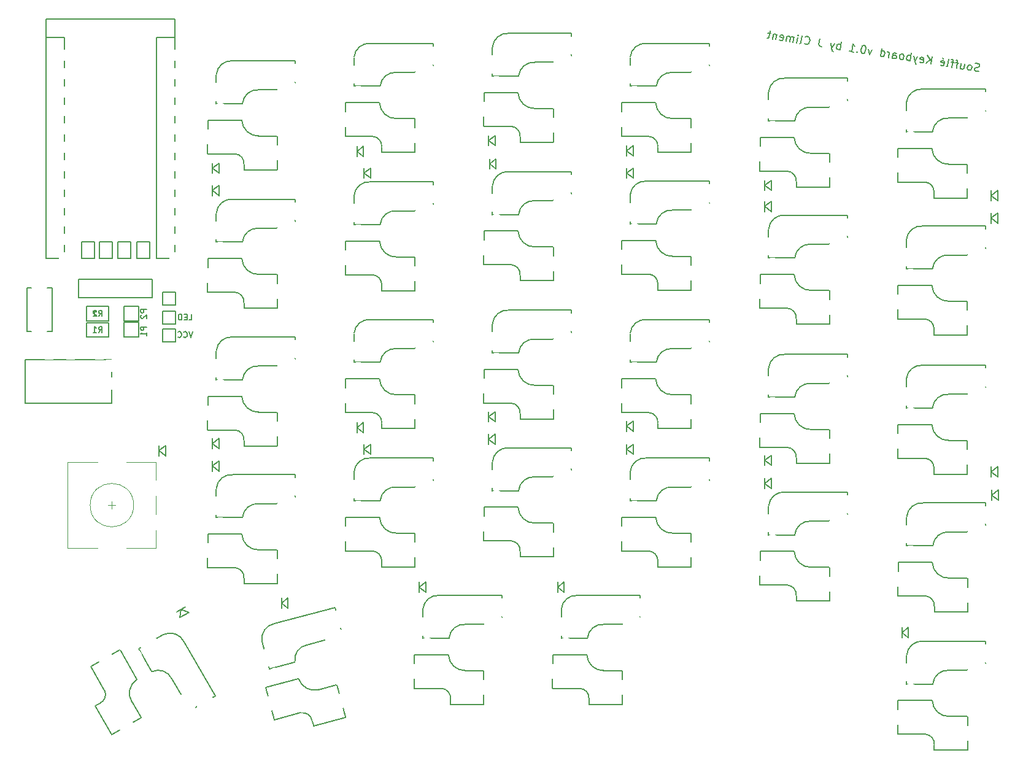
<source format=gbo>
G04 #@! TF.GenerationSoftware,KiCad,Pcbnew,(5.1.12-1-10_14)*
G04 #@! TF.CreationDate,2021-12-27T15:41:04+00:00*
G04 #@! TF.ProjectId,SofleKeyboard,536f666c-654b-4657-9962-6f6172642e6b,rev?*
G04 #@! TF.SameCoordinates,Original*
G04 #@! TF.FileFunction,Legend,Bot*
G04 #@! TF.FilePolarity,Positive*
%FSLAX46Y46*%
G04 Gerber Fmt 4.6, Leading zero omitted, Abs format (unit mm)*
G04 Created by KiCad (PCBNEW (5.1.12-1-10_14)) date 2021-12-27 15:41:04*
%MOMM*%
%LPD*%
G01*
G04 APERTURE LIST*
%ADD10C,0.200000*%
%ADD11C,0.150000*%
%ADD12C,0.120000*%
%ADD13C,0.100000*%
%ADD14C,3.000000*%
%ADD15C,1.700000*%
%ADD16C,1.900000*%
%ADD17C,4.000000*%
%ADD18R,1.900000X2.000000*%
%ADD19R,2.000000X2.000000*%
%ADD20C,1.397000*%
%ADD21R,1.800000X1.500000*%
%ADD22C,2.000000*%
%ADD23R,1.143000X0.635000*%
%ADD24C,4.700000*%
%ADD25R,3.200000X2.000000*%
%ADD26R,1.524000X1.524000*%
%ADD27C,1.200000*%
%ADD28O,2.500000X1.700000*%
%ADD29C,1.524000*%
G04 APERTURE END LIST*
D10*
X219594049Y-44646419D02*
X219430646Y-44673573D01*
X219171966Y-44632602D01*
X219076688Y-44564478D01*
X219033146Y-44504547D01*
X218997799Y-44392881D01*
X219014187Y-44289409D01*
X219082311Y-44194131D01*
X219142242Y-44150589D01*
X219253908Y-44115241D01*
X219469046Y-44096282D01*
X219580713Y-44060934D01*
X219640643Y-44017393D01*
X219708767Y-43922115D01*
X219725156Y-43818643D01*
X219689808Y-43706976D01*
X219646266Y-43647046D01*
X219550988Y-43578922D01*
X219292308Y-43537951D01*
X219128906Y-43565104D01*
X218344189Y-44501495D02*
X218455855Y-44466147D01*
X218515786Y-44422605D01*
X218583910Y-44327328D01*
X218633075Y-44016911D01*
X218597728Y-43905245D01*
X218554186Y-43845315D01*
X218458908Y-43777190D01*
X218303700Y-43752608D01*
X218192033Y-43787955D01*
X218132103Y-43831497D01*
X218063979Y-43926775D01*
X218014813Y-44237191D01*
X218050161Y-44348858D01*
X218093703Y-44408788D01*
X218188981Y-44476912D01*
X218344189Y-44501495D01*
X217165506Y-43572336D02*
X217050788Y-44296640D01*
X217631131Y-43646083D02*
X217540995Y-44215180D01*
X217472870Y-44310458D01*
X217361204Y-44345805D01*
X217205996Y-44321223D01*
X217110718Y-44253098D01*
X217067176Y-44193168D01*
X216803354Y-43514976D02*
X216389466Y-43449423D01*
X216533427Y-44214698D02*
X216680923Y-43283449D01*
X216645575Y-43171783D01*
X216550297Y-43103659D01*
X216446825Y-43087270D01*
X216182521Y-43416646D02*
X215768633Y-43351093D01*
X215912595Y-44116368D02*
X216060090Y-43185119D01*
X216024742Y-43073453D01*
X215929464Y-43005329D01*
X215825992Y-42988940D01*
X215136554Y-43993455D02*
X215248220Y-43958108D01*
X215316344Y-43862830D01*
X215463840Y-42931581D01*
X214316971Y-43810612D02*
X214412249Y-43878737D01*
X214619193Y-43911514D01*
X214730859Y-43876166D01*
X214798984Y-43780888D01*
X214864537Y-43367000D01*
X214829190Y-43255333D01*
X214733912Y-43187209D01*
X214526967Y-43154432D01*
X214415301Y-43189780D01*
X214347177Y-43285058D01*
X214330788Y-43388530D01*
X214831761Y-43573944D01*
X214592521Y-42740544D02*
X214723147Y-42920334D01*
X212963639Y-43649300D02*
X213135717Y-42562842D01*
X212342807Y-43550969D02*
X212906761Y-43003884D01*
X212514885Y-42464512D02*
X213037387Y-43183675D01*
X211471488Y-43359932D02*
X211566766Y-43428057D01*
X211773710Y-43460833D01*
X211885376Y-43425486D01*
X211953501Y-43330208D01*
X212019054Y-42916319D01*
X211983707Y-42804653D01*
X211888429Y-42736529D01*
X211681484Y-42703752D01*
X211569818Y-42739099D01*
X211501694Y-42834377D01*
X211485305Y-42937850D01*
X211986278Y-43123264D01*
X211164124Y-42621810D02*
X210790725Y-43305144D01*
X210646763Y-42539868D02*
X210790725Y-43305144D01*
X210853226Y-43580212D01*
X210896768Y-43640143D01*
X210992046Y-43708267D01*
X210118156Y-43198619D02*
X210290234Y-42112162D01*
X210224681Y-42526051D02*
X210129403Y-42457926D01*
X209922459Y-42425149D01*
X209810792Y-42460497D01*
X209750862Y-42504039D01*
X209682738Y-42599317D01*
X209633572Y-42909733D01*
X209668920Y-43021400D01*
X209712462Y-43081330D01*
X209807740Y-43149454D01*
X210014684Y-43182231D01*
X210126350Y-43146883D01*
X208979963Y-43018347D02*
X209091629Y-42983000D01*
X209151560Y-42939458D01*
X209219684Y-42844180D01*
X209268849Y-42533763D01*
X209233501Y-42422097D01*
X209189960Y-42362167D01*
X209094682Y-42294042D01*
X208939473Y-42269460D01*
X208827807Y-42304808D01*
X208767877Y-42348349D01*
X208699752Y-42443627D01*
X208650587Y-42754044D01*
X208685935Y-42865710D01*
X208729477Y-42925640D01*
X208824755Y-42993765D01*
X208979963Y-43018347D01*
X207686562Y-42813493D02*
X207776698Y-42244396D01*
X207844822Y-42149118D01*
X207956488Y-42113770D01*
X208163433Y-42146547D01*
X208258711Y-42214672D01*
X207694756Y-42761757D02*
X207790034Y-42829881D01*
X208048714Y-42870852D01*
X208160380Y-42835504D01*
X208228505Y-42740226D01*
X208244893Y-42636754D01*
X208209545Y-42525088D01*
X208114267Y-42456963D01*
X207855587Y-42415993D01*
X207760309Y-42347868D01*
X207169201Y-42731551D02*
X207283920Y-42007246D01*
X207251143Y-42214190D02*
X207215795Y-42102524D01*
X207172253Y-42042594D01*
X207076975Y-41974469D01*
X206973503Y-41958081D01*
X206031008Y-42551279D02*
X206203086Y-41464821D01*
X206039202Y-42499543D02*
X206134480Y-42567667D01*
X206341424Y-42600444D01*
X206453090Y-42565096D01*
X206513021Y-42521554D01*
X206581145Y-42426276D01*
X206630310Y-42115860D01*
X206594963Y-42004194D01*
X206551421Y-41944263D01*
X206456143Y-41876139D01*
X206249199Y-41843362D01*
X206137532Y-41878710D01*
X204904061Y-41630313D02*
X204530662Y-42313647D01*
X204386701Y-41548372D01*
X203823227Y-41087889D02*
X203719755Y-41071501D01*
X203608089Y-41106848D01*
X203548159Y-41150390D01*
X203480034Y-41245668D01*
X203395521Y-41444418D01*
X203354550Y-41703098D01*
X203373510Y-41918237D01*
X203408857Y-42029903D01*
X203452399Y-42089833D01*
X203547677Y-42157958D01*
X203651149Y-42174346D01*
X203762816Y-42138998D01*
X203822746Y-42095457D01*
X203890870Y-42000179D01*
X203975383Y-41801429D01*
X204016354Y-41542748D01*
X203997395Y-41327610D01*
X203962047Y-41215944D01*
X203918505Y-41156013D01*
X203823227Y-41087889D01*
X202839761Y-41939767D02*
X202779830Y-41983309D01*
X202823372Y-42043239D01*
X202883303Y-41999697D01*
X202839761Y-41939767D01*
X202823372Y-42043239D01*
X201736915Y-41871161D02*
X202357748Y-41969491D01*
X202047332Y-41920326D02*
X202219409Y-40833869D01*
X202298299Y-41005466D01*
X202385383Y-41125326D01*
X202480661Y-41193451D01*
X200443514Y-41666307D02*
X200615592Y-40579849D01*
X200550038Y-40993738D02*
X200454760Y-40925613D01*
X200247816Y-40892837D01*
X200136150Y-40928184D01*
X200076220Y-40971726D01*
X200008095Y-41067004D01*
X199958930Y-41377420D01*
X199994278Y-41489087D01*
X200037820Y-41549017D01*
X200133097Y-41617141D01*
X200340042Y-41649918D01*
X200451708Y-41614570D01*
X199678719Y-40802701D02*
X199305321Y-41486034D01*
X199161359Y-40720759D02*
X199305321Y-41486034D01*
X199367822Y-41761103D01*
X199411364Y-41821033D01*
X199506642Y-41889158D01*
X197666637Y-40112781D02*
X197543724Y-40888822D01*
X197570877Y-41052224D01*
X197657961Y-41172084D01*
X197804975Y-41248403D01*
X197908447Y-41264791D01*
X195544977Y-40784387D02*
X195588519Y-40844317D01*
X195735533Y-40920636D01*
X195839005Y-40937024D01*
X196002407Y-40909870D01*
X196122268Y-40822787D01*
X196190392Y-40727509D01*
X196274905Y-40528759D01*
X196299487Y-40373551D01*
X196280528Y-40158412D01*
X196245180Y-40046746D01*
X196158097Y-39926885D01*
X196011083Y-39850567D01*
X195907611Y-39834178D01*
X195744208Y-39861332D01*
X195684278Y-39904874D01*
X194907756Y-40789529D02*
X195019422Y-40754181D01*
X195087547Y-40658903D01*
X195235042Y-39727654D01*
X194493867Y-40723975D02*
X194608586Y-39999670D01*
X194665945Y-39637518D02*
X194709487Y-39697448D01*
X194649557Y-39740990D01*
X194606015Y-39681060D01*
X194665945Y-39637518D01*
X194649557Y-39740990D01*
X193976507Y-40642033D02*
X194091225Y-39917728D01*
X194074837Y-40021201D02*
X194031295Y-39961270D01*
X193936017Y-39893146D01*
X193780809Y-39868563D01*
X193669143Y-39903911D01*
X193601018Y-39999189D01*
X193510882Y-40568286D01*
X193601018Y-39999189D02*
X193565671Y-39887523D01*
X193470393Y-39819398D01*
X193315185Y-39794816D01*
X193203518Y-39830163D01*
X193135394Y-39925441D01*
X193045258Y-40494538D01*
X192122203Y-40295307D02*
X192217481Y-40363431D01*
X192424425Y-40396208D01*
X192536091Y-40360860D01*
X192604216Y-40265582D01*
X192669769Y-39851694D01*
X192634422Y-39740027D01*
X192539144Y-39671903D01*
X192332199Y-39639126D01*
X192220533Y-39674474D01*
X192152409Y-39769752D01*
X192136020Y-39873224D01*
X192636993Y-40058638D01*
X191711367Y-39540796D02*
X191596648Y-40265101D01*
X191694978Y-39644268D02*
X191651437Y-39584338D01*
X191556159Y-39516213D01*
X191400950Y-39491631D01*
X191289284Y-39526978D01*
X191221160Y-39622256D01*
X191131024Y-40191353D01*
X190883590Y-39409689D02*
X190469701Y-39344135D01*
X190785741Y-39022954D02*
X190638246Y-39954203D01*
X190570121Y-40049481D01*
X190458455Y-40084829D01*
X190354983Y-40068440D01*
D11*
X190600000Y-108604000D02*
X194210000Y-108604000D01*
X190600000Y-104650000D02*
X190600000Y-108595000D01*
X201500000Y-102696000D02*
X192875000Y-102696000D01*
X201500000Y-106604000D02*
X201500000Y-102696000D01*
X201500000Y-106650000D02*
X196450000Y-106696000D01*
X198975000Y-117725000D02*
X194425000Y-117725000D01*
X198975000Y-113075000D02*
X196425000Y-113075000D01*
X194125000Y-110875000D02*
X189425000Y-110875000D01*
X193200000Y-115525000D02*
X189425000Y-115525000D01*
X199000000Y-113099999D02*
X199000000Y-117700000D01*
X189425000Y-110900000D02*
X189400001Y-115500000D01*
X194420000Y-117000000D02*
X194420000Y-117700000D01*
X190611000Y-104580000D02*
G75*
G02*
X192875000Y-102696000I2074000J-190000D01*
G01*
X194215001Y-108579999D02*
G75*
G02*
X196475000Y-106700000I2069999J-190000D01*
G01*
X194130000Y-110900000D02*
G75*
G03*
X196500000Y-113070000I2270000J100000D01*
G01*
X194420000Y-116950000D02*
G75*
G03*
X193200000Y-115530000I-1320000J100000D01*
G01*
X95430000Y-75870000D02*
X95430000Y-73330000D01*
X105590000Y-75870000D02*
X95430000Y-75870000D01*
X105590000Y-73330000D02*
X105590000Y-75870000D01*
X95430000Y-73330000D02*
X105590000Y-73330000D01*
X161500000Y-115100000D02*
X161500000Y-116500000D01*
X162400000Y-116500000D02*
X161500000Y-115800000D01*
X162400000Y-115100000D02*
X162400000Y-116500000D01*
X161500000Y-115800000D02*
X162400000Y-115100000D01*
X142400000Y-115100000D02*
X142400000Y-116500000D01*
X143300000Y-116500000D02*
X142400000Y-115800000D01*
X143300000Y-115100000D02*
X143300000Y-116500000D01*
X142400000Y-115800000D02*
X143300000Y-115100000D01*
X123400000Y-117300000D02*
X123400000Y-118700000D01*
X124300000Y-118700000D02*
X123400000Y-118000000D01*
X124300000Y-117300000D02*
X124300000Y-118700000D01*
X123400000Y-118000000D02*
X124300000Y-117300000D01*
X110156218Y-118516987D02*
X108943782Y-119216987D01*
X109393782Y-119996410D02*
X109550000Y-118866987D01*
X110606218Y-119296410D02*
X109393782Y-119996410D01*
X109550000Y-118866987D02*
X110606218Y-119296410D01*
X106500000Y-96300000D02*
X106500000Y-97700000D01*
X107400000Y-97700000D02*
X106500000Y-97000000D01*
X107400000Y-96300000D02*
X107400000Y-97700000D01*
X106500000Y-97000000D02*
X107400000Y-96300000D01*
X221400000Y-102400000D02*
X221400000Y-103800000D01*
X222300000Y-103800000D02*
X221400000Y-103100000D01*
X222300000Y-102400000D02*
X222300000Y-103800000D01*
X221400000Y-103100000D02*
X222300000Y-102400000D01*
X190100000Y-100800000D02*
X190100000Y-102200000D01*
X191000000Y-102200000D02*
X190100000Y-101500000D01*
X191000000Y-100800000D02*
X191000000Y-102200000D01*
X190100000Y-101500000D02*
X191000000Y-100800000D01*
X171000000Y-96100000D02*
X171000000Y-97500000D01*
X171900000Y-97500000D02*
X171000000Y-96800000D01*
X171900000Y-96100000D02*
X171900000Y-97500000D01*
X171000000Y-96800000D02*
X171900000Y-96100000D01*
X152000000Y-94700000D02*
X152000000Y-96100000D01*
X152900000Y-96100000D02*
X152000000Y-95400000D01*
X152900000Y-94700000D02*
X152900000Y-96100000D01*
X152000000Y-95400000D02*
X152900000Y-94700000D01*
X134800000Y-96100000D02*
X134800000Y-97500000D01*
X135700000Y-97500000D02*
X134800000Y-96800000D01*
X135700000Y-96100000D02*
X135700000Y-97500000D01*
X134800000Y-96800000D02*
X135700000Y-96100000D01*
X113900000Y-98400000D02*
X113900000Y-99800000D01*
X114800000Y-99800000D02*
X113900000Y-99100000D01*
X114800000Y-98400000D02*
X114800000Y-99800000D01*
X113900000Y-99100000D02*
X114800000Y-98400000D01*
X221300000Y-99200000D02*
X221300000Y-100600000D01*
X222200000Y-100600000D02*
X221300000Y-99900000D01*
X222200000Y-99200000D02*
X222200000Y-100600000D01*
X221300000Y-99900000D02*
X222200000Y-99200000D01*
X190100000Y-97600000D02*
X190100000Y-99000000D01*
X191000000Y-99000000D02*
X190100000Y-98300000D01*
X191000000Y-97600000D02*
X191000000Y-99000000D01*
X190100000Y-98300000D02*
X191000000Y-97600000D01*
X171000000Y-92900000D02*
X171000000Y-94300000D01*
X171900000Y-94300000D02*
X171000000Y-93600000D01*
X171900000Y-92900000D02*
X171900000Y-94300000D01*
X171000000Y-93600000D02*
X171900000Y-92900000D01*
X152000000Y-91600000D02*
X152000000Y-93000000D01*
X152900000Y-93000000D02*
X152000000Y-92300000D01*
X152900000Y-91600000D02*
X152900000Y-93000000D01*
X152000000Y-92300000D02*
X152900000Y-91600000D01*
X133800000Y-93100000D02*
X133800000Y-94500000D01*
X134700000Y-94500000D02*
X133800000Y-93800000D01*
X134700000Y-93100000D02*
X134700000Y-94500000D01*
X133800000Y-93800000D02*
X134700000Y-93100000D01*
X113900000Y-95300000D02*
X113900000Y-96700000D01*
X114800000Y-96700000D02*
X113900000Y-96000000D01*
X114800000Y-95300000D02*
X114800000Y-96700000D01*
X113900000Y-96000000D02*
X114800000Y-95300000D01*
X221300000Y-64200000D02*
X221300000Y-65600000D01*
X222200000Y-65600000D02*
X221300000Y-64900000D01*
X222200000Y-64200000D02*
X222200000Y-65600000D01*
X221300000Y-64900000D02*
X222200000Y-64200000D01*
X190100000Y-62600000D02*
X190100000Y-64000000D01*
X191000000Y-64000000D02*
X190100000Y-63300000D01*
X191000000Y-62600000D02*
X191000000Y-64000000D01*
X190100000Y-63300000D02*
X191000000Y-62600000D01*
X171000000Y-58000000D02*
X171000000Y-59400000D01*
X171900000Y-59400000D02*
X171000000Y-58700000D01*
X171900000Y-58000000D02*
X171900000Y-59400000D01*
X171000000Y-58700000D02*
X171900000Y-58000000D01*
X152100000Y-56700000D02*
X152100000Y-58100000D01*
X153000000Y-58100000D02*
X152100000Y-57400000D01*
X153000000Y-56700000D02*
X153000000Y-58100000D01*
X152100000Y-57400000D02*
X153000000Y-56700000D01*
X134800000Y-58000000D02*
X134800000Y-59400000D01*
X135700000Y-59400000D02*
X134800000Y-58700000D01*
X135700000Y-58000000D02*
X135700000Y-59400000D01*
X134800000Y-58700000D02*
X135700000Y-58000000D01*
X113900000Y-60400000D02*
X113900000Y-61800000D01*
X114800000Y-61800000D02*
X113900000Y-61100000D01*
X114800000Y-60400000D02*
X114800000Y-61800000D01*
X113900000Y-61100000D02*
X114800000Y-60400000D01*
X221300000Y-61100000D02*
X221300000Y-62500000D01*
X222200000Y-62500000D02*
X221300000Y-61800000D01*
X222200000Y-61100000D02*
X222200000Y-62500000D01*
X221300000Y-61800000D02*
X222200000Y-61100000D01*
X190100000Y-59700000D02*
X190100000Y-61100000D01*
X191000000Y-61100000D02*
X190100000Y-60400000D01*
X191000000Y-59700000D02*
X191000000Y-61100000D01*
X190100000Y-60400000D02*
X191000000Y-59700000D01*
X171000000Y-54900000D02*
X171000000Y-56300000D01*
X171900000Y-56300000D02*
X171000000Y-55600000D01*
X171900000Y-54900000D02*
X171900000Y-56300000D01*
X171000000Y-55600000D02*
X171900000Y-54900000D01*
X152000000Y-53500000D02*
X152000000Y-54900000D01*
X152900000Y-54900000D02*
X152000000Y-54200000D01*
X152900000Y-53500000D02*
X152900000Y-54900000D01*
X152000000Y-54200000D02*
X152900000Y-53500000D01*
X133800000Y-55000000D02*
X133800000Y-56400000D01*
X134700000Y-56400000D02*
X133800000Y-55700000D01*
X134700000Y-55000000D02*
X134700000Y-56400000D01*
X133800000Y-55700000D02*
X134700000Y-55000000D01*
X113900000Y-57300000D02*
X113900000Y-58700000D01*
X114800000Y-58700000D02*
X113900000Y-58000000D01*
X114800000Y-57300000D02*
X114800000Y-58700000D01*
X113900000Y-58000000D02*
X114800000Y-57300000D01*
X91800000Y-74500000D02*
X91100000Y-74500000D01*
X88300000Y-74500000D02*
X88900000Y-74500000D01*
X88300000Y-80500000D02*
X88900000Y-80500000D01*
X91800000Y-80500000D02*
X91100000Y-80500000D01*
X88300000Y-80500000D02*
X88300000Y-74500000D01*
X91800000Y-74500000D02*
X91800000Y-80500000D01*
X91800000Y-74500000D02*
X91800000Y-80400000D01*
X95811000Y-70443000D02*
X97589000Y-70443000D01*
X95811000Y-68157000D02*
X95811000Y-70443000D01*
X97589000Y-68157000D02*
X95811000Y-68157000D01*
X97589000Y-70443000D02*
X97589000Y-68157000D01*
X98311000Y-70443000D02*
X100089000Y-70443000D01*
X98311000Y-68157000D02*
X98311000Y-70443000D01*
X100089000Y-68157000D02*
X98311000Y-68157000D01*
X100089000Y-70443000D02*
X100089000Y-68157000D01*
X100811000Y-70443000D02*
X102589000Y-70443000D01*
X100811000Y-68157000D02*
X100811000Y-70443000D01*
X102589000Y-68157000D02*
X100811000Y-68157000D01*
X102589000Y-70443000D02*
X102589000Y-68157000D01*
X103411000Y-70443000D02*
X105189000Y-70443000D01*
X103411000Y-68157000D02*
X103411000Y-70443000D01*
X105189000Y-68157000D02*
X103411000Y-68157000D01*
X105189000Y-70443000D02*
X105189000Y-68157000D01*
X96539272Y-81311965D02*
X96539272Y-79311965D01*
X99539272Y-81311965D02*
X96539272Y-81311965D01*
X99539272Y-79311965D02*
X99539272Y-81311965D01*
X96539272Y-79311965D02*
X99539272Y-79311965D01*
X96539272Y-79061965D02*
X96539272Y-77061965D01*
X99539272Y-79061965D02*
X96539272Y-79061965D01*
X99539272Y-77061965D02*
X99539272Y-79061965D01*
X96539272Y-77061965D02*
X99539272Y-77061965D01*
X101700000Y-77100000D02*
X103700000Y-77100000D01*
X101700000Y-79100000D02*
X101700000Y-77100000D01*
X103700000Y-79100000D02*
X101700000Y-79100000D01*
X103700000Y-77100000D02*
X103700000Y-79100000D01*
X101700000Y-79300000D02*
X103700000Y-79300000D01*
X101700000Y-81300000D02*
X101700000Y-79300000D01*
X103700000Y-81300000D02*
X101700000Y-81300000D01*
X103700000Y-79300000D02*
X103700000Y-81300000D01*
X208999200Y-121372400D02*
X208999200Y-122772400D01*
X209899200Y-122772400D02*
X208999200Y-122072400D01*
X209899200Y-121372400D02*
X209899200Y-122772400D01*
X208999200Y-122072400D02*
X209899200Y-121372400D01*
X114400000Y-49104000D02*
X118010000Y-49104000D01*
X114400000Y-45150000D02*
X114400000Y-49095000D01*
X125300000Y-43196000D02*
X116675000Y-43196000D01*
X125300000Y-47104000D02*
X125300000Y-43196000D01*
X125300000Y-47150000D02*
X120250000Y-47196000D01*
X122775000Y-58225000D02*
X118225000Y-58225000D01*
X122775000Y-53575000D02*
X120225000Y-53575000D01*
X117925000Y-51375000D02*
X113225000Y-51375000D01*
X117000000Y-56025000D02*
X113225000Y-56025000D01*
X122800000Y-53599999D02*
X122800000Y-58200000D01*
X113225000Y-51400000D02*
X113200001Y-56000000D01*
X118220000Y-57500000D02*
X118220000Y-58200000D01*
X114411000Y-45080000D02*
G75*
G02*
X116675000Y-43196000I2074000J-190000D01*
G01*
X118015001Y-49079999D02*
G75*
G02*
X120275000Y-47200000I2069999J-190000D01*
G01*
X117930000Y-51400000D02*
G75*
G03*
X120300000Y-53570000I2270000J100000D01*
G01*
X118220000Y-57450000D02*
G75*
G03*
X117000000Y-56030000I-1320000J100000D01*
G01*
X133400000Y-46704000D02*
X137010000Y-46704000D01*
X133400000Y-42750000D02*
X133400000Y-46695000D01*
X144300000Y-40796000D02*
X135675000Y-40796000D01*
X144300000Y-44704000D02*
X144300000Y-40796000D01*
X144300000Y-44750000D02*
X139250000Y-44796000D01*
X141775000Y-55825000D02*
X137225000Y-55825000D01*
X141775000Y-51175000D02*
X139225000Y-51175000D01*
X136925000Y-48975000D02*
X132225000Y-48975000D01*
X136000000Y-53625000D02*
X132225000Y-53625000D01*
X141800000Y-51199999D02*
X141800000Y-55800000D01*
X132225000Y-49000000D02*
X132200001Y-53600000D01*
X137220000Y-55100000D02*
X137220000Y-55800000D01*
X133411000Y-42680000D02*
G75*
G02*
X135675000Y-40796000I2074000J-190000D01*
G01*
X137015001Y-46679999D02*
G75*
G02*
X139275000Y-44800000I2069999J-190000D01*
G01*
X136930000Y-49000000D02*
G75*
G03*
X139300000Y-51170000I2270000J100000D01*
G01*
X137220000Y-55050000D02*
G75*
G03*
X136000000Y-53630000I-1320000J100000D01*
G01*
X152500000Y-45314000D02*
X156110000Y-45314000D01*
X152500000Y-41360000D02*
X152500000Y-45305000D01*
X163400000Y-39406000D02*
X154775000Y-39406000D01*
X163400000Y-43314000D02*
X163400000Y-39406000D01*
X163400000Y-43360000D02*
X158350000Y-43406000D01*
X160875000Y-54435000D02*
X156325000Y-54435000D01*
X160875000Y-49785000D02*
X158325000Y-49785000D01*
X156025000Y-47585000D02*
X151325000Y-47585000D01*
X155100000Y-52235000D02*
X151325000Y-52235000D01*
X160900000Y-49809999D02*
X160900000Y-54410000D01*
X151325000Y-47610000D02*
X151300001Y-52210000D01*
X156320000Y-53710000D02*
X156320000Y-54410000D01*
X152511000Y-41290000D02*
G75*
G02*
X154775000Y-39406000I2074000J-190000D01*
G01*
X156115001Y-45289999D02*
G75*
G02*
X158375000Y-43410000I2069999J-190000D01*
G01*
X156030000Y-47610000D02*
G75*
G03*
X158400000Y-49780000I2270000J100000D01*
G01*
X156320000Y-53660000D02*
G75*
G03*
X155100000Y-52240000I-1320000J100000D01*
G01*
X171500000Y-46704000D02*
X175110000Y-46704000D01*
X171500000Y-42750000D02*
X171500000Y-46695000D01*
X182400000Y-40796000D02*
X173775000Y-40796000D01*
X182400000Y-44704000D02*
X182400000Y-40796000D01*
X182400000Y-44750000D02*
X177350000Y-44796000D01*
X179875000Y-55825000D02*
X175325000Y-55825000D01*
X179875000Y-51175000D02*
X177325000Y-51175000D01*
X175025000Y-48975000D02*
X170325000Y-48975000D01*
X174100000Y-53625000D02*
X170325000Y-53625000D01*
X179900000Y-51199999D02*
X179900000Y-55800000D01*
X170325000Y-49000000D02*
X170300001Y-53600000D01*
X175320000Y-55100000D02*
X175320000Y-55800000D01*
X171511000Y-42680000D02*
G75*
G02*
X173775000Y-40796000I2074000J-190000D01*
G01*
X175115001Y-46679999D02*
G75*
G02*
X177375000Y-44800000I2069999J-190000D01*
G01*
X175030000Y-49000000D02*
G75*
G03*
X177400000Y-51170000I2270000J100000D01*
G01*
X175320000Y-55050000D02*
G75*
G03*
X174100000Y-53630000I-1320000J100000D01*
G01*
X190600000Y-51504000D02*
X194210000Y-51504000D01*
X190600000Y-47550000D02*
X190600000Y-51495000D01*
X201500000Y-45596000D02*
X192875000Y-45596000D01*
X201500000Y-49504000D02*
X201500000Y-45596000D01*
X201500000Y-49550000D02*
X196450000Y-49596000D01*
X198975000Y-60625000D02*
X194425000Y-60625000D01*
X198975000Y-55975000D02*
X196425000Y-55975000D01*
X194125000Y-53775000D02*
X189425000Y-53775000D01*
X193200000Y-58425000D02*
X189425000Y-58425000D01*
X199000000Y-55999999D02*
X199000000Y-60600000D01*
X189425000Y-53800000D02*
X189400001Y-58400000D01*
X194420000Y-59900000D02*
X194420000Y-60600000D01*
X190611000Y-47480000D02*
G75*
G02*
X192875000Y-45596000I2074000J-190000D01*
G01*
X194215001Y-51479999D02*
G75*
G02*
X196475000Y-49600000I2069999J-190000D01*
G01*
X194130000Y-53800000D02*
G75*
G03*
X196500000Y-55970000I2270000J100000D01*
G01*
X194420000Y-59850000D02*
G75*
G03*
X193200000Y-58430000I-1320000J100000D01*
G01*
X209600000Y-53004000D02*
X213210000Y-53004000D01*
X209600000Y-49050000D02*
X209600000Y-52995000D01*
X220500000Y-47096000D02*
X211875000Y-47096000D01*
X220500000Y-51004000D02*
X220500000Y-47096000D01*
X220500000Y-51050000D02*
X215450000Y-51096000D01*
X217975000Y-62125000D02*
X213425000Y-62125000D01*
X217975000Y-57475000D02*
X215425000Y-57475000D01*
X213125000Y-55275000D02*
X208425000Y-55275000D01*
X212200000Y-59925000D02*
X208425000Y-59925000D01*
X218000000Y-57499999D02*
X218000000Y-62100000D01*
X208425000Y-55300000D02*
X208400001Y-59900000D01*
X213420000Y-61400000D02*
X213420000Y-62100000D01*
X209611000Y-48980000D02*
G75*
G02*
X211875000Y-47096000I2074000J-190000D01*
G01*
X213215001Y-52979999D02*
G75*
G02*
X215475000Y-51100000I2069999J-190000D01*
G01*
X213130000Y-55300000D02*
G75*
G03*
X215500000Y-57470000I2270000J100000D01*
G01*
X213420000Y-61350000D02*
G75*
G03*
X212200000Y-59930000I-1320000J100000D01*
G01*
X114400000Y-68204000D02*
X118010000Y-68204000D01*
X114400000Y-64250000D02*
X114400000Y-68195000D01*
X125300000Y-62296000D02*
X116675000Y-62296000D01*
X125300000Y-66204000D02*
X125300000Y-62296000D01*
X125300000Y-66250000D02*
X120250000Y-66296000D01*
X122775000Y-77325000D02*
X118225000Y-77325000D01*
X122775000Y-72675000D02*
X120225000Y-72675000D01*
X117925000Y-70475000D02*
X113225000Y-70475000D01*
X117000000Y-75125000D02*
X113225000Y-75125000D01*
X122800000Y-72699999D02*
X122800000Y-77300000D01*
X113225000Y-70500000D02*
X113200001Y-75100000D01*
X118220000Y-76600000D02*
X118220000Y-77300000D01*
X114411000Y-64180000D02*
G75*
G02*
X116675000Y-62296000I2074000J-190000D01*
G01*
X118015001Y-68179999D02*
G75*
G02*
X120275000Y-66300000I2069999J-190000D01*
G01*
X117930000Y-70500000D02*
G75*
G03*
X120300000Y-72670000I2270000J100000D01*
G01*
X118220000Y-76550000D02*
G75*
G03*
X117000000Y-75130000I-1320000J100000D01*
G01*
X133400000Y-65804000D02*
X137010000Y-65804000D01*
X133400000Y-61850000D02*
X133400000Y-65795000D01*
X144300000Y-59896000D02*
X135675000Y-59896000D01*
X144300000Y-63804000D02*
X144300000Y-59896000D01*
X144300000Y-63850000D02*
X139250000Y-63896000D01*
X141775000Y-74925000D02*
X137225000Y-74925000D01*
X141775000Y-70275000D02*
X139225000Y-70275000D01*
X136925000Y-68075000D02*
X132225000Y-68075000D01*
X136000000Y-72725000D02*
X132225000Y-72725000D01*
X141800000Y-70299999D02*
X141800000Y-74900000D01*
X132225000Y-68100000D02*
X132200001Y-72700000D01*
X137220000Y-74200000D02*
X137220000Y-74900000D01*
X133411000Y-61780000D02*
G75*
G02*
X135675000Y-59896000I2074000J-190000D01*
G01*
X137015001Y-65779999D02*
G75*
G02*
X139275000Y-63900000I2069999J-190000D01*
G01*
X136930000Y-68100000D02*
G75*
G03*
X139300000Y-70270000I2270000J100000D01*
G01*
X137220000Y-74150000D02*
G75*
G03*
X136000000Y-72730000I-1320000J100000D01*
G01*
X152500000Y-64404000D02*
X156110000Y-64404000D01*
X152500000Y-60450000D02*
X152500000Y-64395000D01*
X163400000Y-58496000D02*
X154775000Y-58496000D01*
X163400000Y-62404000D02*
X163400000Y-58496000D01*
X163400000Y-62450000D02*
X158350000Y-62496000D01*
X160875000Y-73525000D02*
X156325000Y-73525000D01*
X160875000Y-68875000D02*
X158325000Y-68875000D01*
X156025000Y-66675000D02*
X151325000Y-66675000D01*
X155100000Y-71325000D02*
X151325000Y-71325000D01*
X160900000Y-68899999D02*
X160900000Y-73500000D01*
X151325000Y-66700000D02*
X151300001Y-71300000D01*
X156320000Y-72800000D02*
X156320000Y-73500000D01*
X152511000Y-60380000D02*
G75*
G02*
X154775000Y-58496000I2074000J-190000D01*
G01*
X156115001Y-64379999D02*
G75*
G02*
X158375000Y-62500000I2069999J-190000D01*
G01*
X156030000Y-66700000D02*
G75*
G03*
X158400000Y-68870000I2270000J100000D01*
G01*
X156320000Y-72750000D02*
G75*
G03*
X155100000Y-71330000I-1320000J100000D01*
G01*
X171500000Y-65704000D02*
X175110000Y-65704000D01*
X171500000Y-61750000D02*
X171500000Y-65695000D01*
X182400000Y-59796000D02*
X173775000Y-59796000D01*
X182400000Y-63704000D02*
X182400000Y-59796000D01*
X182400000Y-63750000D02*
X177350000Y-63796000D01*
X179875000Y-74825000D02*
X175325000Y-74825000D01*
X179875000Y-70175000D02*
X177325000Y-70175000D01*
X175025000Y-67975000D02*
X170325000Y-67975000D01*
X174100000Y-72625000D02*
X170325000Y-72625000D01*
X179900000Y-70199999D02*
X179900000Y-74800000D01*
X170325000Y-68000000D02*
X170300001Y-72600000D01*
X175320000Y-74100000D02*
X175320000Y-74800000D01*
X171511000Y-61680000D02*
G75*
G02*
X173775000Y-59796000I2074000J-190000D01*
G01*
X175115001Y-65679999D02*
G75*
G02*
X177375000Y-63800000I2069999J-190000D01*
G01*
X175030000Y-68000000D02*
G75*
G03*
X177400000Y-70170000I2270000J100000D01*
G01*
X175320000Y-74050000D02*
G75*
G03*
X174100000Y-72630000I-1320000J100000D01*
G01*
X190600000Y-70404000D02*
X194210000Y-70404000D01*
X190600000Y-66450000D02*
X190600000Y-70395000D01*
X201500000Y-64496000D02*
X192875000Y-64496000D01*
X201500000Y-68404000D02*
X201500000Y-64496000D01*
X201500000Y-68450000D02*
X196450000Y-68496000D01*
X198975000Y-79525000D02*
X194425000Y-79525000D01*
X198975000Y-74875000D02*
X196425000Y-74875000D01*
X194125000Y-72675000D02*
X189425000Y-72675000D01*
X193200000Y-77325000D02*
X189425000Y-77325000D01*
X199000000Y-74899999D02*
X199000000Y-79500000D01*
X189425000Y-72700000D02*
X189400001Y-77300000D01*
X194420000Y-78800000D02*
X194420000Y-79500000D01*
X190611000Y-66380000D02*
G75*
G02*
X192875000Y-64496000I2074000J-190000D01*
G01*
X194215001Y-70379999D02*
G75*
G02*
X196475000Y-68500000I2069999J-190000D01*
G01*
X194130000Y-72700000D02*
G75*
G03*
X196500000Y-74870000I2270000J100000D01*
G01*
X194420000Y-78750000D02*
G75*
G03*
X193200000Y-77330000I-1320000J100000D01*
G01*
X209600000Y-71904000D02*
X213210000Y-71904000D01*
X209600000Y-67950000D02*
X209600000Y-71895000D01*
X220500000Y-65996000D02*
X211875000Y-65996000D01*
X220500000Y-69904000D02*
X220500000Y-65996000D01*
X220500000Y-69950000D02*
X215450000Y-69996000D01*
X217975000Y-81025000D02*
X213425000Y-81025000D01*
X217975000Y-76375000D02*
X215425000Y-76375000D01*
X213125000Y-74175000D02*
X208425000Y-74175000D01*
X212200000Y-78825000D02*
X208425000Y-78825000D01*
X218000000Y-76399999D02*
X218000000Y-81000000D01*
X208425000Y-74200000D02*
X208400001Y-78800000D01*
X213420000Y-80300000D02*
X213420000Y-81000000D01*
X209611000Y-67880000D02*
G75*
G02*
X211875000Y-65996000I2074000J-190000D01*
G01*
X213215001Y-71879999D02*
G75*
G02*
X215475000Y-70000000I2069999J-190000D01*
G01*
X213130000Y-74200000D02*
G75*
G03*
X215500000Y-76370000I2270000J100000D01*
G01*
X213420000Y-80250000D02*
G75*
G03*
X212200000Y-78830000I-1320000J100000D01*
G01*
X114400000Y-87204000D02*
X118010000Y-87204000D01*
X114400000Y-83250000D02*
X114400000Y-87195000D01*
X125300000Y-81296000D02*
X116675000Y-81296000D01*
X125300000Y-85204000D02*
X125300000Y-81296000D01*
X125300000Y-85250000D02*
X120250000Y-85296000D01*
X122775000Y-96325000D02*
X118225000Y-96325000D01*
X122775000Y-91675000D02*
X120225000Y-91675000D01*
X117925000Y-89475000D02*
X113225000Y-89475000D01*
X117000000Y-94125000D02*
X113225000Y-94125000D01*
X122800000Y-91699999D02*
X122800000Y-96300000D01*
X113225000Y-89500000D02*
X113200001Y-94100000D01*
X118220000Y-95600000D02*
X118220000Y-96300000D01*
X114411000Y-83180000D02*
G75*
G02*
X116675000Y-81296000I2074000J-190000D01*
G01*
X118015001Y-87179999D02*
G75*
G02*
X120275000Y-85300000I2069999J-190000D01*
G01*
X117930000Y-89500000D02*
G75*
G03*
X120300000Y-91670000I2270000J100000D01*
G01*
X118220000Y-95550000D02*
G75*
G03*
X117000000Y-94130000I-1320000J100000D01*
G01*
X133400000Y-84804000D02*
X137010000Y-84804000D01*
X133400000Y-80850000D02*
X133400000Y-84795000D01*
X144300000Y-78896000D02*
X135675000Y-78896000D01*
X144300000Y-82804000D02*
X144300000Y-78896000D01*
X144300000Y-82850000D02*
X139250000Y-82896000D01*
X141775000Y-93925000D02*
X137225000Y-93925000D01*
X141775000Y-89275000D02*
X139225000Y-89275000D01*
X136925000Y-87075000D02*
X132225000Y-87075000D01*
X136000000Y-91725000D02*
X132225000Y-91725000D01*
X141800000Y-89299999D02*
X141800000Y-93900000D01*
X132225000Y-87100000D02*
X132200001Y-91700000D01*
X137220000Y-93200000D02*
X137220000Y-93900000D01*
X133411000Y-80780000D02*
G75*
G02*
X135675000Y-78896000I2074000J-190000D01*
G01*
X137015001Y-84779999D02*
G75*
G02*
X139275000Y-82900000I2069999J-190000D01*
G01*
X136930000Y-87100000D02*
G75*
G03*
X139300000Y-89270000I2270000J100000D01*
G01*
X137220000Y-93150000D02*
G75*
G03*
X136000000Y-91730000I-1320000J100000D01*
G01*
X152500000Y-83504000D02*
X156110000Y-83504000D01*
X152500000Y-79550000D02*
X152500000Y-83495000D01*
X163400000Y-77596000D02*
X154775000Y-77596000D01*
X163400000Y-81504000D02*
X163400000Y-77596000D01*
X163400000Y-81550000D02*
X158350000Y-81596000D01*
X160875000Y-92625000D02*
X156325000Y-92625000D01*
X160875000Y-87975000D02*
X158325000Y-87975000D01*
X156025000Y-85775000D02*
X151325000Y-85775000D01*
X155100000Y-90425000D02*
X151325000Y-90425000D01*
X160900000Y-87999999D02*
X160900000Y-92600000D01*
X151325000Y-85800000D02*
X151300001Y-90400000D01*
X156320000Y-91900000D02*
X156320000Y-92600000D01*
X152511000Y-79480000D02*
G75*
G02*
X154775000Y-77596000I2074000J-190000D01*
G01*
X156115001Y-83479999D02*
G75*
G02*
X158375000Y-81600000I2069999J-190000D01*
G01*
X156030000Y-85800000D02*
G75*
G03*
X158400000Y-87970000I2270000J100000D01*
G01*
X156320000Y-91850000D02*
G75*
G03*
X155100000Y-90430000I-1320000J100000D01*
G01*
X171500000Y-84804000D02*
X175110000Y-84804000D01*
X171500000Y-80850000D02*
X171500000Y-84795000D01*
X182400000Y-78896000D02*
X173775000Y-78896000D01*
X182400000Y-82804000D02*
X182400000Y-78896000D01*
X182400000Y-82850000D02*
X177350000Y-82896000D01*
X179875000Y-93925000D02*
X175325000Y-93925000D01*
X179875000Y-89275000D02*
X177325000Y-89275000D01*
X175025000Y-87075000D02*
X170325000Y-87075000D01*
X174100000Y-91725000D02*
X170325000Y-91725000D01*
X179900000Y-89299999D02*
X179900000Y-93900000D01*
X170325000Y-87100000D02*
X170300001Y-91700000D01*
X175320000Y-93200000D02*
X175320000Y-93900000D01*
X171511000Y-80780000D02*
G75*
G02*
X173775000Y-78896000I2074000J-190000D01*
G01*
X175115001Y-84779999D02*
G75*
G02*
X177375000Y-82900000I2069999J-190000D01*
G01*
X175030000Y-87100000D02*
G75*
G03*
X177400000Y-89270000I2270000J100000D01*
G01*
X175320000Y-93150000D02*
G75*
G03*
X174100000Y-91730000I-1320000J100000D01*
G01*
X190600000Y-89604000D02*
X194210000Y-89604000D01*
X190600000Y-85650000D02*
X190600000Y-89595000D01*
X201500000Y-83696000D02*
X192875000Y-83696000D01*
X201500000Y-87604000D02*
X201500000Y-83696000D01*
X201500000Y-87650000D02*
X196450000Y-87696000D01*
X198975000Y-98725000D02*
X194425000Y-98725000D01*
X198975000Y-94075000D02*
X196425000Y-94075000D01*
X194125000Y-91875000D02*
X189425000Y-91875000D01*
X193200000Y-96525000D02*
X189425000Y-96525000D01*
X199000000Y-94099999D02*
X199000000Y-98700000D01*
X189425000Y-91900000D02*
X189400001Y-96500000D01*
X194420000Y-98000000D02*
X194420000Y-98700000D01*
X190611000Y-85580000D02*
G75*
G02*
X192875000Y-83696000I2074000J-190000D01*
G01*
X194215001Y-89579999D02*
G75*
G02*
X196475000Y-87700000I2069999J-190000D01*
G01*
X194130000Y-91900000D02*
G75*
G03*
X196500000Y-94070000I2270000J100000D01*
G01*
X194420000Y-97950000D02*
G75*
G03*
X193200000Y-96530000I-1320000J100000D01*
G01*
X209600000Y-91104000D02*
X213210000Y-91104000D01*
X209600000Y-87150000D02*
X209600000Y-91095000D01*
X220500000Y-85196000D02*
X211875000Y-85196000D01*
X220500000Y-89104000D02*
X220500000Y-85196000D01*
X220500000Y-89150000D02*
X215450000Y-89196000D01*
X217975000Y-100225000D02*
X213425000Y-100225000D01*
X217975000Y-95575000D02*
X215425000Y-95575000D01*
X213125000Y-93375000D02*
X208425000Y-93375000D01*
X212200000Y-98025000D02*
X208425000Y-98025000D01*
X218000000Y-95599999D02*
X218000000Y-100200000D01*
X208425000Y-93400000D02*
X208400001Y-98000000D01*
X213420000Y-99500000D02*
X213420000Y-100200000D01*
X209611000Y-87080000D02*
G75*
G02*
X211875000Y-85196000I2074000J-190000D01*
G01*
X213215001Y-91079999D02*
G75*
G02*
X215475000Y-89200000I2069999J-190000D01*
G01*
X213130000Y-93400000D02*
G75*
G03*
X215500000Y-95570000I2270000J100000D01*
G01*
X213420000Y-99450000D02*
G75*
G03*
X212200000Y-98030000I-1320000J100000D01*
G01*
X114400000Y-106204000D02*
X118010000Y-106204000D01*
X114400000Y-102250000D02*
X114400000Y-106195000D01*
X125300000Y-100296000D02*
X116675000Y-100296000D01*
X125300000Y-104204000D02*
X125300000Y-100296000D01*
X125300000Y-104250000D02*
X120250000Y-104296000D01*
X122775000Y-115325000D02*
X118225000Y-115325000D01*
X122775000Y-110675000D02*
X120225000Y-110675000D01*
X117925000Y-108475000D02*
X113225000Y-108475000D01*
X117000000Y-113125000D02*
X113225000Y-113125000D01*
X122800000Y-110699999D02*
X122800000Y-115300000D01*
X113225000Y-108500000D02*
X113200001Y-113100000D01*
X118220000Y-114600000D02*
X118220000Y-115300000D01*
X114411000Y-102180000D02*
G75*
G02*
X116675000Y-100296000I2074000J-190000D01*
G01*
X118015001Y-106179999D02*
G75*
G02*
X120275000Y-104300000I2069999J-190000D01*
G01*
X117930000Y-108500000D02*
G75*
G03*
X120300000Y-110670000I2270000J100000D01*
G01*
X118220000Y-114550000D02*
G75*
G03*
X117000000Y-113130000I-1320000J100000D01*
G01*
X133400000Y-103904000D02*
X137010000Y-103904000D01*
X133400000Y-99950000D02*
X133400000Y-103895000D01*
X144300000Y-97996000D02*
X135675000Y-97996000D01*
X144300000Y-101904000D02*
X144300000Y-97996000D01*
X144300000Y-101950000D02*
X139250000Y-101996000D01*
X141775000Y-113025000D02*
X137225000Y-113025000D01*
X141775000Y-108375000D02*
X139225000Y-108375000D01*
X136925000Y-106175000D02*
X132225000Y-106175000D01*
X136000000Y-110825000D02*
X132225000Y-110825000D01*
X141800000Y-108399999D02*
X141800000Y-113000000D01*
X132225000Y-106200000D02*
X132200001Y-110800000D01*
X137220000Y-112300000D02*
X137220000Y-113000000D01*
X133411000Y-99880000D02*
G75*
G02*
X135675000Y-97996000I2074000J-190000D01*
G01*
X137015001Y-103879999D02*
G75*
G02*
X139275000Y-102000000I2069999J-190000D01*
G01*
X136930000Y-106200000D02*
G75*
G03*
X139300000Y-108370000I2270000J100000D01*
G01*
X137220000Y-112250000D02*
G75*
G03*
X136000000Y-110830000I-1320000J100000D01*
G01*
X152500000Y-102504000D02*
X156110000Y-102504000D01*
X152500000Y-98550000D02*
X152500000Y-102495000D01*
X163400000Y-96596000D02*
X154775000Y-96596000D01*
X163400000Y-100504000D02*
X163400000Y-96596000D01*
X163400000Y-100550000D02*
X158350000Y-100596000D01*
X160875000Y-111625000D02*
X156325000Y-111625000D01*
X160875000Y-106975000D02*
X158325000Y-106975000D01*
X156025000Y-104775000D02*
X151325000Y-104775000D01*
X155100000Y-109425000D02*
X151325000Y-109425000D01*
X160900000Y-106999999D02*
X160900000Y-111600000D01*
X151325000Y-104800000D02*
X151300001Y-109400000D01*
X156320000Y-110900000D02*
X156320000Y-111600000D01*
X152511000Y-98480000D02*
G75*
G02*
X154775000Y-96596000I2074000J-190000D01*
G01*
X156115001Y-102479999D02*
G75*
G02*
X158375000Y-100600000I2069999J-190000D01*
G01*
X156030000Y-104800000D02*
G75*
G03*
X158400000Y-106970000I2270000J100000D01*
G01*
X156320000Y-110850000D02*
G75*
G03*
X155100000Y-109430000I-1320000J100000D01*
G01*
X171500000Y-103904000D02*
X175110000Y-103904000D01*
X171500000Y-99950000D02*
X171500000Y-103895000D01*
X182400000Y-97996000D02*
X173775000Y-97996000D01*
X182400000Y-101904000D02*
X182400000Y-97996000D01*
X182400000Y-101950000D02*
X177350000Y-101996000D01*
X179875000Y-113025000D02*
X175325000Y-113025000D01*
X179875000Y-108375000D02*
X177325000Y-108375000D01*
X175025000Y-106175000D02*
X170325000Y-106175000D01*
X174100000Y-110825000D02*
X170325000Y-110825000D01*
X179900000Y-108399999D02*
X179900000Y-113000000D01*
X170325000Y-106200000D02*
X170300001Y-110800000D01*
X175320000Y-112300000D02*
X175320000Y-113000000D01*
X171511000Y-99880000D02*
G75*
G02*
X173775000Y-97996000I2074000J-190000D01*
G01*
X175115001Y-103879999D02*
G75*
G02*
X177375000Y-102000000I2069999J-190000D01*
G01*
X175030000Y-106200000D02*
G75*
G03*
X177400000Y-108370000I2270000J100000D01*
G01*
X175320000Y-112250000D02*
G75*
G03*
X174100000Y-110830000I-1320000J100000D01*
G01*
X209650000Y-110104000D02*
X213260000Y-110104000D01*
X209650000Y-106150000D02*
X209650000Y-110095000D01*
X220550000Y-104196000D02*
X211925000Y-104196000D01*
X220550000Y-108104000D02*
X220550000Y-104196000D01*
X220550000Y-108150000D02*
X215500000Y-108196000D01*
X218025000Y-119225000D02*
X213475000Y-119225000D01*
X218025000Y-114575000D02*
X215475000Y-114575000D01*
X213175000Y-112375000D02*
X208475000Y-112375000D01*
X212250000Y-117025000D02*
X208475000Y-117025000D01*
X218050000Y-114599999D02*
X218050000Y-119200000D01*
X208475000Y-112400000D02*
X208450001Y-117000000D01*
X213470000Y-118500000D02*
X213470000Y-119200000D01*
X209661000Y-106080000D02*
G75*
G02*
X211925000Y-104196000I2074000J-190000D01*
G01*
X213265001Y-110079999D02*
G75*
G02*
X215525000Y-108200000I2069999J-190000D01*
G01*
X213180000Y-112400000D02*
G75*
G03*
X215550000Y-114570000I2270000J100000D01*
G01*
X213470000Y-118450000D02*
G75*
G03*
X212250000Y-117030000I-1320000J100000D01*
G01*
X103685959Y-124339245D02*
X105490959Y-127465597D01*
X107110223Y-122362245D02*
X103693753Y-124334745D01*
X114252437Y-130824922D02*
X109939937Y-123355453D01*
X110868010Y-132778922D02*
X114252437Y-130824922D01*
X110828172Y-132801922D02*
X108263335Y-128451494D01*
X99974441Y-136152708D02*
X97699441Y-132212292D01*
X104001459Y-133827708D02*
X102726459Y-131619343D01*
X103481715Y-128527485D02*
X101131715Y-124457165D01*
X98992197Y-130051411D02*
X97104697Y-126782165D01*
X103992309Y-133861858D02*
X100008592Y-136161858D01*
X101110064Y-124469665D02*
X97113848Y-126748015D01*
X98324809Y-131845462D02*
X97718592Y-132195462D01*
X107176345Y-122336771D02*
G75*
G02*
X109939937Y-123355453I872455J-1891137D01*
G01*
X105514244Y-127457927D02*
G75*
G02*
X108272371Y-128475144I870455J-1887672D01*
G01*
X103462564Y-128544314D02*
G75*
G03*
X102768289Y-131681795I1221603J-1915878D01*
G01*
X98368111Y-131820463D02*
G75*
G03*
X98987867Y-130053911I-573398J1193154D01*
G01*
X121755951Y-127133327D02*
X125242943Y-126198990D01*
X120732580Y-123314056D02*
X121753621Y-127124633D01*
X130755439Y-118605509D02*
X122424329Y-120837824D01*
X131766904Y-122380347D02*
X130755439Y-118605509D01*
X131778810Y-122424780D02*
X126912790Y-123776249D01*
X132206268Y-133775927D02*
X127811305Y-134953553D01*
X131002759Y-129284372D02*
X128539648Y-129944360D01*
X125748617Y-128414607D02*
X121208766Y-129631057D01*
X126058644Y-133145570D02*
X122412274Y-134122612D01*
X131033378Y-129302048D02*
X132223946Y-133745308D01*
X121215236Y-129655205D02*
X122381657Y-134104934D01*
X127618832Y-134254551D02*
X127800005Y-134930699D01*
X120725089Y-123243594D02*
G75*
G02*
X122424329Y-120837824I2052505J353265D01*
G01*
X125241562Y-126174513D02*
G75*
G02*
X126937973Y-123773642I2048641J352230D01*
G01*
X125759917Y-128437461D02*
G75*
G03*
X128610799Y-129920119I2166770J684112D01*
G01*
X127605891Y-134206254D02*
G75*
G03*
X126059938Y-133150399I-1300904J-245049D01*
G01*
X142900000Y-122854000D02*
X146510000Y-122854000D01*
X142900000Y-118900000D02*
X142900000Y-122845000D01*
X153800000Y-116946000D02*
X145175000Y-116946000D01*
X153800000Y-120854000D02*
X153800000Y-116946000D01*
X153800000Y-120900000D02*
X148750000Y-120946000D01*
X151275000Y-131975000D02*
X146725000Y-131975000D01*
X151275000Y-127325000D02*
X148725000Y-127325000D01*
X146425000Y-125125000D02*
X141725000Y-125125000D01*
X145500000Y-129775000D02*
X141725000Y-129775000D01*
X151300000Y-127349999D02*
X151300000Y-131950000D01*
X141725000Y-125150000D02*
X141700001Y-129750000D01*
X146720000Y-131250000D02*
X146720000Y-131950000D01*
X142911000Y-118830000D02*
G75*
G02*
X145175000Y-116946000I2074000J-190000D01*
G01*
X146515001Y-122829999D02*
G75*
G02*
X148775000Y-120950000I2069999J-190000D01*
G01*
X146430000Y-125150000D02*
G75*
G03*
X148800000Y-127320000I2270000J100000D01*
G01*
X146720000Y-131200000D02*
G75*
G03*
X145500000Y-129780000I-1320000J100000D01*
G01*
X162000000Y-122854000D02*
X165610000Y-122854000D01*
X162000000Y-118900000D02*
X162000000Y-122845000D01*
X172900000Y-116946000D02*
X164275000Y-116946000D01*
X172900000Y-120854000D02*
X172900000Y-116946000D01*
X172900000Y-120900000D02*
X167850000Y-120946000D01*
X170375000Y-131975000D02*
X165825000Y-131975000D01*
X170375000Y-127325000D02*
X167825000Y-127325000D01*
X165525000Y-125125000D02*
X160825000Y-125125000D01*
X164600000Y-129775000D02*
X160825000Y-129775000D01*
X170400000Y-127349999D02*
X170400000Y-131950000D01*
X160825000Y-125150000D02*
X160800001Y-129750000D01*
X165820000Y-131250000D02*
X165820000Y-131950000D01*
X162011000Y-118830000D02*
G75*
G02*
X164275000Y-116946000I2074000J-190000D01*
G01*
X165615001Y-122829999D02*
G75*
G02*
X167875000Y-120950000I2069999J-190000D01*
G01*
X165530000Y-125150000D02*
G75*
G03*
X167900000Y-127320000I2270000J100000D01*
G01*
X165820000Y-131200000D02*
G75*
G03*
X164600000Y-129780000I-1320000J100000D01*
G01*
X209647600Y-129177401D02*
X213257600Y-129177401D01*
X209647600Y-125223401D02*
X209647600Y-129168401D01*
X220547600Y-123269401D02*
X211922600Y-123269401D01*
X220547600Y-127177401D02*
X220547600Y-123269401D01*
X220547600Y-127223401D02*
X215497600Y-127269401D01*
X218022600Y-138298401D02*
X213472600Y-138298401D01*
X218022600Y-133648401D02*
X215472600Y-133648401D01*
X213172600Y-131448401D02*
X208472600Y-131448401D01*
X212247600Y-136098401D02*
X208472600Y-136098401D01*
X218047600Y-133673400D02*
X218047600Y-138273401D01*
X208472600Y-131473401D02*
X208447601Y-136073401D01*
X213467600Y-137573401D02*
X213467600Y-138273401D01*
X209658600Y-125153401D02*
G75*
G02*
X211922600Y-123269401I2074000J-190000D01*
G01*
X213262601Y-129153400D02*
G75*
G02*
X215522600Y-127273401I2069999J-190000D01*
G01*
X213177600Y-131473401D02*
G75*
G03*
X215547600Y-133643401I2270000J100000D01*
G01*
X213467600Y-137523401D02*
G75*
G03*
X212247600Y-136103401I-1320000J100000D01*
G01*
D12*
X99500000Y-104500000D02*
X100500000Y-104500000D01*
X100000000Y-104000000D02*
X100000000Y-105000000D01*
X103000000Y-104500000D02*
G75*
G03*
X103000000Y-104500000I-3000000J0D01*
G01*
X102000000Y-98600000D02*
X106100000Y-98600000D01*
X106100000Y-98600000D02*
X106100000Y-101000000D01*
X106100000Y-103200000D02*
X106100000Y-105800000D01*
X106100000Y-108000000D02*
X106100000Y-110400000D01*
X106100000Y-110400000D02*
X102000000Y-110400000D01*
X98000000Y-110400000D02*
X93900000Y-110400000D01*
X93900000Y-98600000D02*
X93900000Y-110400000D01*
X98000000Y-98600000D02*
X93900000Y-98600000D01*
D11*
X108800000Y-79500000D02*
X107000000Y-79500000D01*
X107000000Y-79500000D02*
X107000000Y-77700000D01*
X107000000Y-77700000D02*
X108800000Y-77700000D01*
X108800000Y-77700000D02*
X108800000Y-79500000D01*
X108800000Y-82000000D02*
X107000000Y-82000000D01*
X107000000Y-82000000D02*
X107000000Y-80200000D01*
X107000000Y-80200000D02*
X108800000Y-80200000D01*
X108800000Y-80200000D02*
X108800000Y-82000000D01*
X108800000Y-76900000D02*
X107000000Y-76900000D01*
X107000000Y-76900000D02*
X107000000Y-75100000D01*
X107000000Y-75100000D02*
X108800000Y-75100000D01*
X108800000Y-75100000D02*
X108800000Y-76900000D01*
X100000000Y-90400000D02*
X88000000Y-90400000D01*
X100000000Y-84400000D02*
X100000000Y-90400000D01*
X88000000Y-84400000D02*
X100000000Y-84400000D01*
X88000000Y-90400000D02*
X88000000Y-84400000D01*
X90910000Y-37420000D02*
X108690000Y-37420000D01*
X108690000Y-37420000D02*
X108690000Y-70440000D01*
X90910000Y-70440000D02*
X90910000Y-37420000D01*
X106150000Y-39960000D02*
X108690000Y-39960000D01*
X108690000Y-39960000D02*
X108690000Y-70440000D01*
X108690000Y-70440000D02*
X106150000Y-70440000D01*
X106150000Y-70440000D02*
X106150000Y-39960000D01*
X90910000Y-39960000D02*
X93450000Y-39960000D01*
X93450000Y-39960000D02*
X93450000Y-70440000D01*
X93450000Y-70440000D02*
X90910000Y-70440000D01*
X90910000Y-70440000D02*
X90910000Y-39960000D01*
X98172605Y-80661904D02*
X98439272Y-80280952D01*
X98629748Y-80661904D02*
X98629748Y-79861904D01*
X98324986Y-79861904D01*
X98248795Y-79900000D01*
X98210700Y-79938095D01*
X98172605Y-80014285D01*
X98172605Y-80128571D01*
X98210700Y-80204761D01*
X98248795Y-80242857D01*
X98324986Y-80280952D01*
X98629748Y-80280952D01*
X97410700Y-80661904D02*
X97867843Y-80661904D01*
X97639272Y-80661904D02*
X97639272Y-79861904D01*
X97715462Y-79976190D01*
X97791652Y-80052380D01*
X97867843Y-80090476D01*
X98172605Y-78423869D02*
X98439272Y-78042917D01*
X98629748Y-78423869D02*
X98629748Y-77623869D01*
X98324986Y-77623869D01*
X98248795Y-77661965D01*
X98210700Y-77700060D01*
X98172605Y-77776250D01*
X98172605Y-77890536D01*
X98210700Y-77966726D01*
X98248795Y-78004822D01*
X98324986Y-78042917D01*
X98629748Y-78042917D01*
X97410700Y-78423869D02*
X97867843Y-78423869D01*
X97639272Y-78423869D02*
X97639272Y-77623869D01*
X97715462Y-77738155D01*
X97791652Y-77814345D01*
X97867843Y-77852441D01*
X98172605Y-78423869D02*
X98439272Y-78042917D01*
X98629748Y-78423869D02*
X98629748Y-77623869D01*
X98324986Y-77623869D01*
X98248795Y-77661965D01*
X98210700Y-77700060D01*
X98172605Y-77776250D01*
X98172605Y-77890536D01*
X98210700Y-77966726D01*
X98248795Y-78004822D01*
X98324986Y-78042917D01*
X98629748Y-78042917D01*
X97867843Y-77700060D02*
X97829748Y-77661965D01*
X97753557Y-77623869D01*
X97563081Y-77623869D01*
X97486891Y-77661965D01*
X97448795Y-77700060D01*
X97410700Y-77776250D01*
X97410700Y-77852441D01*
X97448795Y-77966726D01*
X97905938Y-78423869D01*
X97410700Y-78423869D01*
X104761904Y-77509523D02*
X103961904Y-77509523D01*
X103961904Y-77814285D01*
X104000000Y-77890476D01*
X104038095Y-77928571D01*
X104114285Y-77966666D01*
X104228571Y-77966666D01*
X104304761Y-77928571D01*
X104342857Y-77890476D01*
X104380952Y-77814285D01*
X104380952Y-77509523D01*
X104038095Y-78271428D02*
X104000000Y-78309523D01*
X103961904Y-78385714D01*
X103961904Y-78576190D01*
X104000000Y-78652380D01*
X104038095Y-78690476D01*
X104114285Y-78728571D01*
X104190476Y-78728571D01*
X104304761Y-78690476D01*
X104761904Y-78233333D01*
X104761904Y-78728571D01*
X104761904Y-79909523D02*
X103961904Y-79909523D01*
X103961904Y-80214285D01*
X104000000Y-80290476D01*
X104038095Y-80328571D01*
X104114285Y-80366666D01*
X104228571Y-80366666D01*
X104304761Y-80328571D01*
X104342857Y-80290476D01*
X104380952Y-80214285D01*
X104380952Y-79909523D01*
X104761904Y-81128571D02*
X104761904Y-80671428D01*
X104761904Y-80900000D02*
X103961904Y-80900000D01*
X104076190Y-80823809D01*
X104152380Y-80747619D01*
X104190476Y-80671428D01*
X110614285Y-78961904D02*
X110995238Y-78961904D01*
X110995238Y-78161904D01*
X110347619Y-78542857D02*
X110080952Y-78542857D01*
X109966666Y-78961904D02*
X110347619Y-78961904D01*
X110347619Y-78161904D01*
X109966666Y-78161904D01*
X109623809Y-78961904D02*
X109623809Y-78161904D01*
X109433333Y-78161904D01*
X109319047Y-78200000D01*
X109242857Y-78276190D01*
X109204761Y-78352380D01*
X109166666Y-78504761D01*
X109166666Y-78619047D01*
X109204761Y-78771428D01*
X109242857Y-78847619D01*
X109319047Y-78923809D01*
X109433333Y-78961904D01*
X109623809Y-78961904D01*
X110614285Y-78961904D02*
X110995238Y-78961904D01*
X110995238Y-78161904D01*
X110347619Y-78542857D02*
X110080952Y-78542857D01*
X109966666Y-78961904D02*
X110347619Y-78961904D01*
X110347619Y-78161904D01*
X109966666Y-78161904D01*
X109623809Y-78961904D02*
X109623809Y-78161904D01*
X109433333Y-78161904D01*
X109319047Y-78200000D01*
X109242857Y-78276190D01*
X109204761Y-78352380D01*
X109166666Y-78504761D01*
X109166666Y-78619047D01*
X109204761Y-78771428D01*
X109242857Y-78847619D01*
X109319047Y-78923809D01*
X109433333Y-78961904D01*
X109623809Y-78961904D01*
X111166666Y-80561904D02*
X110900000Y-81361904D01*
X110633333Y-80561904D01*
X109909523Y-81285714D02*
X109947619Y-81323809D01*
X110061904Y-81361904D01*
X110138095Y-81361904D01*
X110252380Y-81323809D01*
X110328571Y-81247619D01*
X110366666Y-81171428D01*
X110404761Y-81019047D01*
X110404761Y-80904761D01*
X110366666Y-80752380D01*
X110328571Y-80676190D01*
X110252380Y-80600000D01*
X110138095Y-80561904D01*
X110061904Y-80561904D01*
X109947619Y-80600000D01*
X109909523Y-80638095D01*
X109109523Y-81285714D02*
X109147619Y-81323809D01*
X109261904Y-81361904D01*
X109338095Y-81361904D01*
X109452380Y-81323809D01*
X109528571Y-81247619D01*
X109566666Y-81171428D01*
X109604761Y-81019047D01*
X109604761Y-80904761D01*
X109566666Y-80752380D01*
X109528571Y-80676190D01*
X109452380Y-80600000D01*
X109338095Y-80561904D01*
X109261904Y-80561904D01*
X109147619Y-80600000D01*
X109109523Y-80638095D01*
X111166666Y-80561904D02*
X110900000Y-81361904D01*
X110633333Y-80561904D01*
X109909523Y-81285714D02*
X109947619Y-81323809D01*
X110061904Y-81361904D01*
X110138095Y-81361904D01*
X110252380Y-81323809D01*
X110328571Y-81247619D01*
X110366666Y-81171428D01*
X110404761Y-81019047D01*
X110404761Y-80904761D01*
X110366666Y-80752380D01*
X110328571Y-80676190D01*
X110252380Y-80600000D01*
X110138095Y-80561904D01*
X110061904Y-80561904D01*
X109947619Y-80600000D01*
X109909523Y-80638095D01*
X109109523Y-81285714D02*
X109147619Y-81323809D01*
X109261904Y-81361904D01*
X109338095Y-81361904D01*
X109452380Y-81323809D01*
X109528571Y-81247619D01*
X109566666Y-81171428D01*
X109604761Y-81019047D01*
X109604761Y-80904761D01*
X109566666Y-80752380D01*
X109528571Y-80676190D01*
X109452380Y-80600000D01*
X109338095Y-80561904D01*
X109261904Y-80561904D01*
X109147619Y-80600000D01*
X109109523Y-80638095D01*
%LPC*%
D13*
G36*
X203509755Y-103150961D02*
G01*
X203519134Y-103153806D01*
X203527779Y-103158427D01*
X203535355Y-103164645D01*
X203541573Y-103172221D01*
X203546194Y-103180866D01*
X203549039Y-103190245D01*
X203550000Y-103200000D01*
X203550000Y-103650000D01*
X204250000Y-103650000D01*
X204250000Y-105150000D01*
X203550000Y-105150000D01*
X203550000Y-105600000D01*
X203549039Y-105609755D01*
X203546194Y-105619134D01*
X203541573Y-105627779D01*
X203535355Y-105635355D01*
X203527779Y-105641573D01*
X203519134Y-105646194D01*
X203509755Y-105649039D01*
X203500000Y-105650000D01*
X201600000Y-105650000D01*
X201590245Y-105649039D01*
X201580866Y-105646194D01*
X201568765Y-105639043D01*
X201068765Y-105239043D01*
X201061748Y-105232200D01*
X201056202Y-105224118D01*
X201052338Y-105215110D01*
X201050306Y-105205522D01*
X201050000Y-105200000D01*
X201050000Y-103200000D01*
X201050961Y-103190245D01*
X201053806Y-103180866D01*
X201058427Y-103172221D01*
X201064645Y-103164645D01*
X201072221Y-103158427D01*
X201080866Y-103153806D01*
X201090245Y-103150961D01*
X201100000Y-103150000D01*
X203500000Y-103150000D01*
X203509755Y-103150961D01*
G37*
G36*
X190909755Y-105750961D02*
G01*
X190919134Y-105753806D01*
X190927779Y-105758427D01*
X190935355Y-105764645D01*
X190941573Y-105772221D01*
X190946194Y-105780866D01*
X190949039Y-105790245D01*
X190950000Y-105800000D01*
X190950000Y-108200000D01*
X190949039Y-108209755D01*
X190946194Y-108219134D01*
X190941573Y-108227779D01*
X190935355Y-108235355D01*
X190927779Y-108241573D01*
X190919134Y-108246194D01*
X190909755Y-108249039D01*
X190900000Y-108250000D01*
X188500000Y-108250000D01*
X188490245Y-108249039D01*
X188480866Y-108246194D01*
X188472221Y-108241573D01*
X188464645Y-108235355D01*
X188458427Y-108227779D01*
X188453806Y-108219134D01*
X188450961Y-108209755D01*
X188450000Y-108200000D01*
X188450000Y-107750000D01*
X187850000Y-107750000D01*
X187850000Y-106250000D01*
X188450000Y-106250000D01*
X188450000Y-105800000D01*
X188450961Y-105790245D01*
X188453806Y-105780866D01*
X188458427Y-105772221D01*
X188464645Y-105764645D01*
X188472221Y-105758427D01*
X188480866Y-105753806D01*
X188490245Y-105750961D01*
X188500000Y-105750000D01*
X190900000Y-105750000D01*
X190909755Y-105750961D01*
G37*
D14*
X192890000Y-106959999D03*
D15*
X191620000Y-109500000D03*
X201780000Y-109500000D03*
D16*
X202200000Y-109500000D03*
X191200000Y-109500000D03*
D17*
X196700000Y-109500000D03*
D14*
X199240000Y-104420000D03*
X196700000Y-115400000D03*
X191700000Y-113200000D03*
D18*
X199500000Y-115400000D03*
D19*
X188600000Y-113200000D03*
D14*
X201700000Y-113200000D03*
X194160000Y-104420000D03*
X200510000Y-106960000D03*
D17*
X107000000Y-93500000D03*
X91500000Y-93500000D03*
D20*
X104320000Y-74600000D03*
X101780000Y-74600000D03*
X99240000Y-74600000D03*
X96700000Y-74600000D03*
D21*
X163700000Y-115800000D03*
X160300000Y-115800000D03*
X144600000Y-115800000D03*
X141200000Y-115800000D03*
X125600000Y-118000000D03*
X122200000Y-118000000D03*
D13*
G36*
X109550481Y-120367820D02*
G01*
X110849519Y-119617820D01*
X111749519Y-121176666D01*
X110450481Y-121926666D01*
X109550481Y-120367820D01*
G37*
G36*
X107850481Y-117423334D02*
G01*
X109149519Y-116673334D01*
X110049519Y-118232180D01*
X108750481Y-118982180D01*
X107850481Y-117423334D01*
G37*
D21*
X108700000Y-97000000D03*
X105300000Y-97000000D03*
X223600000Y-103100000D03*
X220200000Y-103100000D03*
X192300000Y-101500000D03*
X188900000Y-101500000D03*
X173200000Y-96800000D03*
X169800000Y-96800000D03*
X154200000Y-95400000D03*
X150800000Y-95400000D03*
X137000000Y-96800000D03*
X133600000Y-96800000D03*
X116100000Y-99100000D03*
X112700000Y-99100000D03*
X223500000Y-99900000D03*
X220100000Y-99900000D03*
X192300000Y-98300000D03*
X188900000Y-98300000D03*
X173200000Y-93600000D03*
X169800000Y-93600000D03*
X154200000Y-92300000D03*
X150800000Y-92300000D03*
X136000000Y-93800000D03*
X132600000Y-93800000D03*
X116100000Y-96000000D03*
X112700000Y-96000000D03*
X223500000Y-64900000D03*
X220100000Y-64900000D03*
X192300000Y-63300000D03*
X188900000Y-63300000D03*
X173200000Y-58700000D03*
X169800000Y-58700000D03*
X154300000Y-57400000D03*
X150900000Y-57400000D03*
X137000000Y-58700000D03*
X133600000Y-58700000D03*
X116100000Y-61100000D03*
X112700000Y-61100000D03*
X223500000Y-61800000D03*
X220100000Y-61800000D03*
X192300000Y-60400000D03*
X188900000Y-60400000D03*
X173200000Y-55600000D03*
X169800000Y-55600000D03*
X154200000Y-54200000D03*
X150800000Y-54200000D03*
X136000000Y-55700000D03*
X132600000Y-55700000D03*
X116100000Y-58000000D03*
X112700000Y-58000000D03*
D22*
X90000000Y-80750000D03*
X90000000Y-74250000D03*
D23*
X96700000Y-68799620D03*
X96700000Y-69800380D03*
X99200000Y-68799620D03*
X99200000Y-69800380D03*
X101700000Y-68799620D03*
X101700000Y-69800380D03*
X104300000Y-68799620D03*
X104300000Y-69800380D03*
D20*
X100579272Y-80311965D03*
X95499272Y-80311965D03*
X100579272Y-78061965D03*
X95499272Y-78061965D03*
X102700000Y-78100000D03*
X102700000Y-80300000D03*
D24*
X205800000Y-100000000D03*
X129600000Y-97600000D03*
X129600000Y-59600000D03*
D21*
X211199200Y-122072400D03*
X207799200Y-122072400D03*
D13*
G36*
X127309755Y-43650961D02*
G01*
X127319134Y-43653806D01*
X127327779Y-43658427D01*
X127335355Y-43664645D01*
X127341573Y-43672221D01*
X127346194Y-43680866D01*
X127349039Y-43690245D01*
X127350000Y-43700000D01*
X127350000Y-44150000D01*
X128050000Y-44150000D01*
X128050000Y-45650000D01*
X127350000Y-45650000D01*
X127350000Y-46100000D01*
X127349039Y-46109755D01*
X127346194Y-46119134D01*
X127341573Y-46127779D01*
X127335355Y-46135355D01*
X127327779Y-46141573D01*
X127319134Y-46146194D01*
X127309755Y-46149039D01*
X127300000Y-46150000D01*
X125400000Y-46150000D01*
X125390245Y-46149039D01*
X125380866Y-46146194D01*
X125368765Y-46139043D01*
X124868765Y-45739043D01*
X124861748Y-45732200D01*
X124856202Y-45724118D01*
X124852338Y-45715110D01*
X124850306Y-45705522D01*
X124850000Y-45700000D01*
X124850000Y-43700000D01*
X124850961Y-43690245D01*
X124853806Y-43680866D01*
X124858427Y-43672221D01*
X124864645Y-43664645D01*
X124872221Y-43658427D01*
X124880866Y-43653806D01*
X124890245Y-43650961D01*
X124900000Y-43650000D01*
X127300000Y-43650000D01*
X127309755Y-43650961D01*
G37*
G36*
X114709755Y-46250961D02*
G01*
X114719134Y-46253806D01*
X114727779Y-46258427D01*
X114735355Y-46264645D01*
X114741573Y-46272221D01*
X114746194Y-46280866D01*
X114749039Y-46290245D01*
X114750000Y-46300000D01*
X114750000Y-48700000D01*
X114749039Y-48709755D01*
X114746194Y-48719134D01*
X114741573Y-48727779D01*
X114735355Y-48735355D01*
X114727779Y-48741573D01*
X114719134Y-48746194D01*
X114709755Y-48749039D01*
X114700000Y-48750000D01*
X112300000Y-48750000D01*
X112290245Y-48749039D01*
X112280866Y-48746194D01*
X112272221Y-48741573D01*
X112264645Y-48735355D01*
X112258427Y-48727779D01*
X112253806Y-48719134D01*
X112250961Y-48709755D01*
X112250000Y-48700000D01*
X112250000Y-48250000D01*
X111650000Y-48250000D01*
X111650000Y-46750000D01*
X112250000Y-46750000D01*
X112250000Y-46300000D01*
X112250961Y-46290245D01*
X112253806Y-46280866D01*
X112258427Y-46272221D01*
X112264645Y-46264645D01*
X112272221Y-46258427D01*
X112280866Y-46253806D01*
X112290245Y-46250961D01*
X112300000Y-46250000D01*
X114700000Y-46250000D01*
X114709755Y-46250961D01*
G37*
D14*
X116690000Y-47459999D03*
D15*
X115420000Y-50000000D03*
X125580000Y-50000000D03*
D16*
X126000000Y-50000000D03*
X115000000Y-50000000D03*
D17*
X120500000Y-50000000D03*
D14*
X123040000Y-44920000D03*
X120500000Y-55900000D03*
X115500000Y-53700000D03*
D18*
X123300000Y-55900000D03*
D19*
X112400000Y-53700000D03*
D14*
X125500000Y-53700000D03*
X117960000Y-44920000D03*
X124310000Y-47460000D03*
D13*
G36*
X146309755Y-41250961D02*
G01*
X146319134Y-41253806D01*
X146327779Y-41258427D01*
X146335355Y-41264645D01*
X146341573Y-41272221D01*
X146346194Y-41280866D01*
X146349039Y-41290245D01*
X146350000Y-41300000D01*
X146350000Y-41750000D01*
X147050000Y-41750000D01*
X147050000Y-43250000D01*
X146350000Y-43250000D01*
X146350000Y-43700000D01*
X146349039Y-43709755D01*
X146346194Y-43719134D01*
X146341573Y-43727779D01*
X146335355Y-43735355D01*
X146327779Y-43741573D01*
X146319134Y-43746194D01*
X146309755Y-43749039D01*
X146300000Y-43750000D01*
X144400000Y-43750000D01*
X144390245Y-43749039D01*
X144380866Y-43746194D01*
X144368765Y-43739043D01*
X143868765Y-43339043D01*
X143861748Y-43332200D01*
X143856202Y-43324118D01*
X143852338Y-43315110D01*
X143850306Y-43305522D01*
X143850000Y-43300000D01*
X143850000Y-41300000D01*
X143850961Y-41290245D01*
X143853806Y-41280866D01*
X143858427Y-41272221D01*
X143864645Y-41264645D01*
X143872221Y-41258427D01*
X143880866Y-41253806D01*
X143890245Y-41250961D01*
X143900000Y-41250000D01*
X146300000Y-41250000D01*
X146309755Y-41250961D01*
G37*
G36*
X133709755Y-43850961D02*
G01*
X133719134Y-43853806D01*
X133727779Y-43858427D01*
X133735355Y-43864645D01*
X133741573Y-43872221D01*
X133746194Y-43880866D01*
X133749039Y-43890245D01*
X133750000Y-43900000D01*
X133750000Y-46300000D01*
X133749039Y-46309755D01*
X133746194Y-46319134D01*
X133741573Y-46327779D01*
X133735355Y-46335355D01*
X133727779Y-46341573D01*
X133719134Y-46346194D01*
X133709755Y-46349039D01*
X133700000Y-46350000D01*
X131300000Y-46350000D01*
X131290245Y-46349039D01*
X131280866Y-46346194D01*
X131272221Y-46341573D01*
X131264645Y-46335355D01*
X131258427Y-46327779D01*
X131253806Y-46319134D01*
X131250961Y-46309755D01*
X131250000Y-46300000D01*
X131250000Y-45850000D01*
X130650000Y-45850000D01*
X130650000Y-44350000D01*
X131250000Y-44350000D01*
X131250000Y-43900000D01*
X131250961Y-43890245D01*
X131253806Y-43880866D01*
X131258427Y-43872221D01*
X131264645Y-43864645D01*
X131272221Y-43858427D01*
X131280866Y-43853806D01*
X131290245Y-43850961D01*
X131300000Y-43850000D01*
X133700000Y-43850000D01*
X133709755Y-43850961D01*
G37*
D14*
X135690000Y-45059999D03*
D15*
X134420000Y-47600000D03*
X144580000Y-47600000D03*
D16*
X145000000Y-47600000D03*
X134000000Y-47600000D03*
D17*
X139500000Y-47600000D03*
D14*
X142040000Y-42520000D03*
X139500000Y-53500000D03*
X134500000Y-51300000D03*
D18*
X142300000Y-53500000D03*
D19*
X131400000Y-51300000D03*
D14*
X144500000Y-51300000D03*
X136960000Y-42520000D03*
X143310000Y-45060000D03*
D13*
G36*
X165409755Y-39860961D02*
G01*
X165419134Y-39863806D01*
X165427779Y-39868427D01*
X165435355Y-39874645D01*
X165441573Y-39882221D01*
X165446194Y-39890866D01*
X165449039Y-39900245D01*
X165450000Y-39910000D01*
X165450000Y-40360000D01*
X166150000Y-40360000D01*
X166150000Y-41860000D01*
X165450000Y-41860000D01*
X165450000Y-42310000D01*
X165449039Y-42319755D01*
X165446194Y-42329134D01*
X165441573Y-42337779D01*
X165435355Y-42345355D01*
X165427779Y-42351573D01*
X165419134Y-42356194D01*
X165409755Y-42359039D01*
X165400000Y-42360000D01*
X163500000Y-42360000D01*
X163490245Y-42359039D01*
X163480866Y-42356194D01*
X163468765Y-42349043D01*
X162968765Y-41949043D01*
X162961748Y-41942200D01*
X162956202Y-41934118D01*
X162952338Y-41925110D01*
X162950306Y-41915522D01*
X162950000Y-41910000D01*
X162950000Y-39910000D01*
X162950961Y-39900245D01*
X162953806Y-39890866D01*
X162958427Y-39882221D01*
X162964645Y-39874645D01*
X162972221Y-39868427D01*
X162980866Y-39863806D01*
X162990245Y-39860961D01*
X163000000Y-39860000D01*
X165400000Y-39860000D01*
X165409755Y-39860961D01*
G37*
G36*
X152809755Y-42460961D02*
G01*
X152819134Y-42463806D01*
X152827779Y-42468427D01*
X152835355Y-42474645D01*
X152841573Y-42482221D01*
X152846194Y-42490866D01*
X152849039Y-42500245D01*
X152850000Y-42510000D01*
X152850000Y-44910000D01*
X152849039Y-44919755D01*
X152846194Y-44929134D01*
X152841573Y-44937779D01*
X152835355Y-44945355D01*
X152827779Y-44951573D01*
X152819134Y-44956194D01*
X152809755Y-44959039D01*
X152800000Y-44960000D01*
X150400000Y-44960000D01*
X150390245Y-44959039D01*
X150380866Y-44956194D01*
X150372221Y-44951573D01*
X150364645Y-44945355D01*
X150358427Y-44937779D01*
X150353806Y-44929134D01*
X150350961Y-44919755D01*
X150350000Y-44910000D01*
X150350000Y-44460000D01*
X149750000Y-44460000D01*
X149750000Y-42960000D01*
X150350000Y-42960000D01*
X150350000Y-42510000D01*
X150350961Y-42500245D01*
X150353806Y-42490866D01*
X150358427Y-42482221D01*
X150364645Y-42474645D01*
X150372221Y-42468427D01*
X150380866Y-42463806D01*
X150390245Y-42460961D01*
X150400000Y-42460000D01*
X152800000Y-42460000D01*
X152809755Y-42460961D01*
G37*
D14*
X154790000Y-43669999D03*
D15*
X153520000Y-46210000D03*
X163680000Y-46210000D03*
D16*
X164100000Y-46210000D03*
X153100000Y-46210000D03*
D17*
X158600000Y-46210000D03*
D14*
X161140000Y-41130000D03*
X158600000Y-52110000D03*
X153600000Y-49910000D03*
D18*
X161400000Y-52110000D03*
D19*
X150500000Y-49910000D03*
D14*
X163600000Y-49910000D03*
X156060000Y-41130000D03*
X162410000Y-43670000D03*
D13*
G36*
X184409755Y-41250961D02*
G01*
X184419134Y-41253806D01*
X184427779Y-41258427D01*
X184435355Y-41264645D01*
X184441573Y-41272221D01*
X184446194Y-41280866D01*
X184449039Y-41290245D01*
X184450000Y-41300000D01*
X184450000Y-41750000D01*
X185150000Y-41750000D01*
X185150000Y-43250000D01*
X184450000Y-43250000D01*
X184450000Y-43700000D01*
X184449039Y-43709755D01*
X184446194Y-43719134D01*
X184441573Y-43727779D01*
X184435355Y-43735355D01*
X184427779Y-43741573D01*
X184419134Y-43746194D01*
X184409755Y-43749039D01*
X184400000Y-43750000D01*
X182500000Y-43750000D01*
X182490245Y-43749039D01*
X182480866Y-43746194D01*
X182468765Y-43739043D01*
X181968765Y-43339043D01*
X181961748Y-43332200D01*
X181956202Y-43324118D01*
X181952338Y-43315110D01*
X181950306Y-43305522D01*
X181950000Y-43300000D01*
X181950000Y-41300000D01*
X181950961Y-41290245D01*
X181953806Y-41280866D01*
X181958427Y-41272221D01*
X181964645Y-41264645D01*
X181972221Y-41258427D01*
X181980866Y-41253806D01*
X181990245Y-41250961D01*
X182000000Y-41250000D01*
X184400000Y-41250000D01*
X184409755Y-41250961D01*
G37*
G36*
X171809755Y-43850961D02*
G01*
X171819134Y-43853806D01*
X171827779Y-43858427D01*
X171835355Y-43864645D01*
X171841573Y-43872221D01*
X171846194Y-43880866D01*
X171849039Y-43890245D01*
X171850000Y-43900000D01*
X171850000Y-46300000D01*
X171849039Y-46309755D01*
X171846194Y-46319134D01*
X171841573Y-46327779D01*
X171835355Y-46335355D01*
X171827779Y-46341573D01*
X171819134Y-46346194D01*
X171809755Y-46349039D01*
X171800000Y-46350000D01*
X169400000Y-46350000D01*
X169390245Y-46349039D01*
X169380866Y-46346194D01*
X169372221Y-46341573D01*
X169364645Y-46335355D01*
X169358427Y-46327779D01*
X169353806Y-46319134D01*
X169350961Y-46309755D01*
X169350000Y-46300000D01*
X169350000Y-45850000D01*
X168750000Y-45850000D01*
X168750000Y-44350000D01*
X169350000Y-44350000D01*
X169350000Y-43900000D01*
X169350961Y-43890245D01*
X169353806Y-43880866D01*
X169358427Y-43872221D01*
X169364645Y-43864645D01*
X169372221Y-43858427D01*
X169380866Y-43853806D01*
X169390245Y-43850961D01*
X169400000Y-43850000D01*
X171800000Y-43850000D01*
X171809755Y-43850961D01*
G37*
D14*
X173790000Y-45059999D03*
D15*
X172520000Y-47600000D03*
X182680000Y-47600000D03*
D16*
X183100000Y-47600000D03*
X172100000Y-47600000D03*
D17*
X177600000Y-47600000D03*
D14*
X180140000Y-42520000D03*
X177600000Y-53500000D03*
X172600000Y-51300000D03*
D18*
X180400000Y-53500000D03*
D19*
X169500000Y-51300000D03*
D14*
X182600000Y-51300000D03*
X175060000Y-42520000D03*
X181410000Y-45060000D03*
D13*
G36*
X203509755Y-46050961D02*
G01*
X203519134Y-46053806D01*
X203527779Y-46058427D01*
X203535355Y-46064645D01*
X203541573Y-46072221D01*
X203546194Y-46080866D01*
X203549039Y-46090245D01*
X203550000Y-46100000D01*
X203550000Y-46550000D01*
X204250000Y-46550000D01*
X204250000Y-48050000D01*
X203550000Y-48050000D01*
X203550000Y-48500000D01*
X203549039Y-48509755D01*
X203546194Y-48519134D01*
X203541573Y-48527779D01*
X203535355Y-48535355D01*
X203527779Y-48541573D01*
X203519134Y-48546194D01*
X203509755Y-48549039D01*
X203500000Y-48550000D01*
X201600000Y-48550000D01*
X201590245Y-48549039D01*
X201580866Y-48546194D01*
X201568765Y-48539043D01*
X201068765Y-48139043D01*
X201061748Y-48132200D01*
X201056202Y-48124118D01*
X201052338Y-48115110D01*
X201050306Y-48105522D01*
X201050000Y-48100000D01*
X201050000Y-46100000D01*
X201050961Y-46090245D01*
X201053806Y-46080866D01*
X201058427Y-46072221D01*
X201064645Y-46064645D01*
X201072221Y-46058427D01*
X201080866Y-46053806D01*
X201090245Y-46050961D01*
X201100000Y-46050000D01*
X203500000Y-46050000D01*
X203509755Y-46050961D01*
G37*
G36*
X190909755Y-48650961D02*
G01*
X190919134Y-48653806D01*
X190927779Y-48658427D01*
X190935355Y-48664645D01*
X190941573Y-48672221D01*
X190946194Y-48680866D01*
X190949039Y-48690245D01*
X190950000Y-48700000D01*
X190950000Y-51100000D01*
X190949039Y-51109755D01*
X190946194Y-51119134D01*
X190941573Y-51127779D01*
X190935355Y-51135355D01*
X190927779Y-51141573D01*
X190919134Y-51146194D01*
X190909755Y-51149039D01*
X190900000Y-51150000D01*
X188500000Y-51150000D01*
X188490245Y-51149039D01*
X188480866Y-51146194D01*
X188472221Y-51141573D01*
X188464645Y-51135355D01*
X188458427Y-51127779D01*
X188453806Y-51119134D01*
X188450961Y-51109755D01*
X188450000Y-51100000D01*
X188450000Y-50650000D01*
X187850000Y-50650000D01*
X187850000Y-49150000D01*
X188450000Y-49150000D01*
X188450000Y-48700000D01*
X188450961Y-48690245D01*
X188453806Y-48680866D01*
X188458427Y-48672221D01*
X188464645Y-48664645D01*
X188472221Y-48658427D01*
X188480866Y-48653806D01*
X188490245Y-48650961D01*
X188500000Y-48650000D01*
X190900000Y-48650000D01*
X190909755Y-48650961D01*
G37*
D14*
X192890000Y-49859999D03*
D15*
X191620000Y-52400000D03*
X201780000Y-52400000D03*
D16*
X202200000Y-52400000D03*
X191200000Y-52400000D03*
D17*
X196700000Y-52400000D03*
D14*
X199240000Y-47320000D03*
X196700000Y-58300000D03*
X191700000Y-56100000D03*
D18*
X199500000Y-58300000D03*
D19*
X188600000Y-56100000D03*
D14*
X201700000Y-56100000D03*
X194160000Y-47320000D03*
X200510000Y-49860000D03*
D13*
G36*
X222509755Y-47550961D02*
G01*
X222519134Y-47553806D01*
X222527779Y-47558427D01*
X222535355Y-47564645D01*
X222541573Y-47572221D01*
X222546194Y-47580866D01*
X222549039Y-47590245D01*
X222550000Y-47600000D01*
X222550000Y-48050000D01*
X223250000Y-48050000D01*
X223250000Y-49550000D01*
X222550000Y-49550000D01*
X222550000Y-50000000D01*
X222549039Y-50009755D01*
X222546194Y-50019134D01*
X222541573Y-50027779D01*
X222535355Y-50035355D01*
X222527779Y-50041573D01*
X222519134Y-50046194D01*
X222509755Y-50049039D01*
X222500000Y-50050000D01*
X220600000Y-50050000D01*
X220590245Y-50049039D01*
X220580866Y-50046194D01*
X220568765Y-50039043D01*
X220068765Y-49639043D01*
X220061748Y-49632200D01*
X220056202Y-49624118D01*
X220052338Y-49615110D01*
X220050306Y-49605522D01*
X220050000Y-49600000D01*
X220050000Y-47600000D01*
X220050961Y-47590245D01*
X220053806Y-47580866D01*
X220058427Y-47572221D01*
X220064645Y-47564645D01*
X220072221Y-47558427D01*
X220080866Y-47553806D01*
X220090245Y-47550961D01*
X220100000Y-47550000D01*
X222500000Y-47550000D01*
X222509755Y-47550961D01*
G37*
G36*
X209909755Y-50150961D02*
G01*
X209919134Y-50153806D01*
X209927779Y-50158427D01*
X209935355Y-50164645D01*
X209941573Y-50172221D01*
X209946194Y-50180866D01*
X209949039Y-50190245D01*
X209950000Y-50200000D01*
X209950000Y-52600000D01*
X209949039Y-52609755D01*
X209946194Y-52619134D01*
X209941573Y-52627779D01*
X209935355Y-52635355D01*
X209927779Y-52641573D01*
X209919134Y-52646194D01*
X209909755Y-52649039D01*
X209900000Y-52650000D01*
X207500000Y-52650000D01*
X207490245Y-52649039D01*
X207480866Y-52646194D01*
X207472221Y-52641573D01*
X207464645Y-52635355D01*
X207458427Y-52627779D01*
X207453806Y-52619134D01*
X207450961Y-52609755D01*
X207450000Y-52600000D01*
X207450000Y-52150000D01*
X206850000Y-52150000D01*
X206850000Y-50650000D01*
X207450000Y-50650000D01*
X207450000Y-50200000D01*
X207450961Y-50190245D01*
X207453806Y-50180866D01*
X207458427Y-50172221D01*
X207464645Y-50164645D01*
X207472221Y-50158427D01*
X207480866Y-50153806D01*
X207490245Y-50150961D01*
X207500000Y-50150000D01*
X209900000Y-50150000D01*
X209909755Y-50150961D01*
G37*
D14*
X211890000Y-51359999D03*
D15*
X210620000Y-53900000D03*
X220780000Y-53900000D03*
D16*
X221200000Y-53900000D03*
X210200000Y-53900000D03*
D17*
X215700000Y-53900000D03*
D14*
X218240000Y-48820000D03*
X215700000Y-59800000D03*
X210700000Y-57600000D03*
D18*
X218500000Y-59800000D03*
D19*
X207600000Y-57600000D03*
D14*
X220700000Y-57600000D03*
X213160000Y-48820000D03*
X219510000Y-51360000D03*
D13*
G36*
X127309755Y-62750961D02*
G01*
X127319134Y-62753806D01*
X127327779Y-62758427D01*
X127335355Y-62764645D01*
X127341573Y-62772221D01*
X127346194Y-62780866D01*
X127349039Y-62790245D01*
X127350000Y-62800000D01*
X127350000Y-63250000D01*
X128050000Y-63250000D01*
X128050000Y-64750000D01*
X127350000Y-64750000D01*
X127350000Y-65200000D01*
X127349039Y-65209755D01*
X127346194Y-65219134D01*
X127341573Y-65227779D01*
X127335355Y-65235355D01*
X127327779Y-65241573D01*
X127319134Y-65246194D01*
X127309755Y-65249039D01*
X127300000Y-65250000D01*
X125400000Y-65250000D01*
X125390245Y-65249039D01*
X125380866Y-65246194D01*
X125368765Y-65239043D01*
X124868765Y-64839043D01*
X124861748Y-64832200D01*
X124856202Y-64824118D01*
X124852338Y-64815110D01*
X124850306Y-64805522D01*
X124850000Y-64800000D01*
X124850000Y-62800000D01*
X124850961Y-62790245D01*
X124853806Y-62780866D01*
X124858427Y-62772221D01*
X124864645Y-62764645D01*
X124872221Y-62758427D01*
X124880866Y-62753806D01*
X124890245Y-62750961D01*
X124900000Y-62750000D01*
X127300000Y-62750000D01*
X127309755Y-62750961D01*
G37*
G36*
X114709755Y-65350961D02*
G01*
X114719134Y-65353806D01*
X114727779Y-65358427D01*
X114735355Y-65364645D01*
X114741573Y-65372221D01*
X114746194Y-65380866D01*
X114749039Y-65390245D01*
X114750000Y-65400000D01*
X114750000Y-67800000D01*
X114749039Y-67809755D01*
X114746194Y-67819134D01*
X114741573Y-67827779D01*
X114735355Y-67835355D01*
X114727779Y-67841573D01*
X114719134Y-67846194D01*
X114709755Y-67849039D01*
X114700000Y-67850000D01*
X112300000Y-67850000D01*
X112290245Y-67849039D01*
X112280866Y-67846194D01*
X112272221Y-67841573D01*
X112264645Y-67835355D01*
X112258427Y-67827779D01*
X112253806Y-67819134D01*
X112250961Y-67809755D01*
X112250000Y-67800000D01*
X112250000Y-67350000D01*
X111650000Y-67350000D01*
X111650000Y-65850000D01*
X112250000Y-65850000D01*
X112250000Y-65400000D01*
X112250961Y-65390245D01*
X112253806Y-65380866D01*
X112258427Y-65372221D01*
X112264645Y-65364645D01*
X112272221Y-65358427D01*
X112280866Y-65353806D01*
X112290245Y-65350961D01*
X112300000Y-65350000D01*
X114700000Y-65350000D01*
X114709755Y-65350961D01*
G37*
D14*
X116690000Y-66559999D03*
D15*
X115420000Y-69100000D03*
X125580000Y-69100000D03*
D16*
X126000000Y-69100000D03*
X115000000Y-69100000D03*
D17*
X120500000Y-69100000D03*
D14*
X123040000Y-64020000D03*
X120500000Y-75000000D03*
X115500000Y-72800000D03*
D18*
X123300000Y-75000000D03*
D19*
X112400000Y-72800000D03*
D14*
X125500000Y-72800000D03*
X117960000Y-64020000D03*
X124310000Y-66560000D03*
D13*
G36*
X146309755Y-60350961D02*
G01*
X146319134Y-60353806D01*
X146327779Y-60358427D01*
X146335355Y-60364645D01*
X146341573Y-60372221D01*
X146346194Y-60380866D01*
X146349039Y-60390245D01*
X146350000Y-60400000D01*
X146350000Y-60850000D01*
X147050000Y-60850000D01*
X147050000Y-62350000D01*
X146350000Y-62350000D01*
X146350000Y-62800000D01*
X146349039Y-62809755D01*
X146346194Y-62819134D01*
X146341573Y-62827779D01*
X146335355Y-62835355D01*
X146327779Y-62841573D01*
X146319134Y-62846194D01*
X146309755Y-62849039D01*
X146300000Y-62850000D01*
X144400000Y-62850000D01*
X144390245Y-62849039D01*
X144380866Y-62846194D01*
X144368765Y-62839043D01*
X143868765Y-62439043D01*
X143861748Y-62432200D01*
X143856202Y-62424118D01*
X143852338Y-62415110D01*
X143850306Y-62405522D01*
X143850000Y-62400000D01*
X143850000Y-60400000D01*
X143850961Y-60390245D01*
X143853806Y-60380866D01*
X143858427Y-60372221D01*
X143864645Y-60364645D01*
X143872221Y-60358427D01*
X143880866Y-60353806D01*
X143890245Y-60350961D01*
X143900000Y-60350000D01*
X146300000Y-60350000D01*
X146309755Y-60350961D01*
G37*
G36*
X133709755Y-62950961D02*
G01*
X133719134Y-62953806D01*
X133727779Y-62958427D01*
X133735355Y-62964645D01*
X133741573Y-62972221D01*
X133746194Y-62980866D01*
X133749039Y-62990245D01*
X133750000Y-63000000D01*
X133750000Y-65400000D01*
X133749039Y-65409755D01*
X133746194Y-65419134D01*
X133741573Y-65427779D01*
X133735355Y-65435355D01*
X133727779Y-65441573D01*
X133719134Y-65446194D01*
X133709755Y-65449039D01*
X133700000Y-65450000D01*
X131300000Y-65450000D01*
X131290245Y-65449039D01*
X131280866Y-65446194D01*
X131272221Y-65441573D01*
X131264645Y-65435355D01*
X131258427Y-65427779D01*
X131253806Y-65419134D01*
X131250961Y-65409755D01*
X131250000Y-65400000D01*
X131250000Y-64950000D01*
X130650000Y-64950000D01*
X130650000Y-63450000D01*
X131250000Y-63450000D01*
X131250000Y-63000000D01*
X131250961Y-62990245D01*
X131253806Y-62980866D01*
X131258427Y-62972221D01*
X131264645Y-62964645D01*
X131272221Y-62958427D01*
X131280866Y-62953806D01*
X131290245Y-62950961D01*
X131300000Y-62950000D01*
X133700000Y-62950000D01*
X133709755Y-62950961D01*
G37*
D14*
X135690000Y-64159999D03*
D15*
X134420000Y-66700000D03*
X144580000Y-66700000D03*
D16*
X145000000Y-66700000D03*
X134000000Y-66700000D03*
D17*
X139500000Y-66700000D03*
D14*
X142040000Y-61620000D03*
X139500000Y-72600000D03*
X134500000Y-70400000D03*
D18*
X142300000Y-72600000D03*
D19*
X131400000Y-70400000D03*
D14*
X144500000Y-70400000D03*
X136960000Y-61620000D03*
X143310000Y-64160000D03*
D13*
G36*
X165409755Y-58950961D02*
G01*
X165419134Y-58953806D01*
X165427779Y-58958427D01*
X165435355Y-58964645D01*
X165441573Y-58972221D01*
X165446194Y-58980866D01*
X165449039Y-58990245D01*
X165450000Y-59000000D01*
X165450000Y-59450000D01*
X166150000Y-59450000D01*
X166150000Y-60950000D01*
X165450000Y-60950000D01*
X165450000Y-61400000D01*
X165449039Y-61409755D01*
X165446194Y-61419134D01*
X165441573Y-61427779D01*
X165435355Y-61435355D01*
X165427779Y-61441573D01*
X165419134Y-61446194D01*
X165409755Y-61449039D01*
X165400000Y-61450000D01*
X163500000Y-61450000D01*
X163490245Y-61449039D01*
X163480866Y-61446194D01*
X163468765Y-61439043D01*
X162968765Y-61039043D01*
X162961748Y-61032200D01*
X162956202Y-61024118D01*
X162952338Y-61015110D01*
X162950306Y-61005522D01*
X162950000Y-61000000D01*
X162950000Y-59000000D01*
X162950961Y-58990245D01*
X162953806Y-58980866D01*
X162958427Y-58972221D01*
X162964645Y-58964645D01*
X162972221Y-58958427D01*
X162980866Y-58953806D01*
X162990245Y-58950961D01*
X163000000Y-58950000D01*
X165400000Y-58950000D01*
X165409755Y-58950961D01*
G37*
G36*
X152809755Y-61550961D02*
G01*
X152819134Y-61553806D01*
X152827779Y-61558427D01*
X152835355Y-61564645D01*
X152841573Y-61572221D01*
X152846194Y-61580866D01*
X152849039Y-61590245D01*
X152850000Y-61600000D01*
X152850000Y-64000000D01*
X152849039Y-64009755D01*
X152846194Y-64019134D01*
X152841573Y-64027779D01*
X152835355Y-64035355D01*
X152827779Y-64041573D01*
X152819134Y-64046194D01*
X152809755Y-64049039D01*
X152800000Y-64050000D01*
X150400000Y-64050000D01*
X150390245Y-64049039D01*
X150380866Y-64046194D01*
X150372221Y-64041573D01*
X150364645Y-64035355D01*
X150358427Y-64027779D01*
X150353806Y-64019134D01*
X150350961Y-64009755D01*
X150350000Y-64000000D01*
X150350000Y-63550000D01*
X149750000Y-63550000D01*
X149750000Y-62050000D01*
X150350000Y-62050000D01*
X150350000Y-61600000D01*
X150350961Y-61590245D01*
X150353806Y-61580866D01*
X150358427Y-61572221D01*
X150364645Y-61564645D01*
X150372221Y-61558427D01*
X150380866Y-61553806D01*
X150390245Y-61550961D01*
X150400000Y-61550000D01*
X152800000Y-61550000D01*
X152809755Y-61550961D01*
G37*
D14*
X154790000Y-62759999D03*
D15*
X153520000Y-65300000D03*
X163680000Y-65300000D03*
D16*
X164100000Y-65300000D03*
X153100000Y-65300000D03*
D17*
X158600000Y-65300000D03*
D14*
X161140000Y-60220000D03*
X158600000Y-71200000D03*
X153600000Y-69000000D03*
D18*
X161400000Y-71200000D03*
D19*
X150500000Y-69000000D03*
D14*
X163600000Y-69000000D03*
X156060000Y-60220000D03*
X162410000Y-62760000D03*
D13*
G36*
X184409755Y-60250961D02*
G01*
X184419134Y-60253806D01*
X184427779Y-60258427D01*
X184435355Y-60264645D01*
X184441573Y-60272221D01*
X184446194Y-60280866D01*
X184449039Y-60290245D01*
X184450000Y-60300000D01*
X184450000Y-60750000D01*
X185150000Y-60750000D01*
X185150000Y-62250000D01*
X184450000Y-62250000D01*
X184450000Y-62700000D01*
X184449039Y-62709755D01*
X184446194Y-62719134D01*
X184441573Y-62727779D01*
X184435355Y-62735355D01*
X184427779Y-62741573D01*
X184419134Y-62746194D01*
X184409755Y-62749039D01*
X184400000Y-62750000D01*
X182500000Y-62750000D01*
X182490245Y-62749039D01*
X182480866Y-62746194D01*
X182468765Y-62739043D01*
X181968765Y-62339043D01*
X181961748Y-62332200D01*
X181956202Y-62324118D01*
X181952338Y-62315110D01*
X181950306Y-62305522D01*
X181950000Y-62300000D01*
X181950000Y-60300000D01*
X181950961Y-60290245D01*
X181953806Y-60280866D01*
X181958427Y-60272221D01*
X181964645Y-60264645D01*
X181972221Y-60258427D01*
X181980866Y-60253806D01*
X181990245Y-60250961D01*
X182000000Y-60250000D01*
X184400000Y-60250000D01*
X184409755Y-60250961D01*
G37*
G36*
X171809755Y-62850961D02*
G01*
X171819134Y-62853806D01*
X171827779Y-62858427D01*
X171835355Y-62864645D01*
X171841573Y-62872221D01*
X171846194Y-62880866D01*
X171849039Y-62890245D01*
X171850000Y-62900000D01*
X171850000Y-65300000D01*
X171849039Y-65309755D01*
X171846194Y-65319134D01*
X171841573Y-65327779D01*
X171835355Y-65335355D01*
X171827779Y-65341573D01*
X171819134Y-65346194D01*
X171809755Y-65349039D01*
X171800000Y-65350000D01*
X169400000Y-65350000D01*
X169390245Y-65349039D01*
X169380866Y-65346194D01*
X169372221Y-65341573D01*
X169364645Y-65335355D01*
X169358427Y-65327779D01*
X169353806Y-65319134D01*
X169350961Y-65309755D01*
X169350000Y-65300000D01*
X169350000Y-64850000D01*
X168750000Y-64850000D01*
X168750000Y-63350000D01*
X169350000Y-63350000D01*
X169350000Y-62900000D01*
X169350961Y-62890245D01*
X169353806Y-62880866D01*
X169358427Y-62872221D01*
X169364645Y-62864645D01*
X169372221Y-62858427D01*
X169380866Y-62853806D01*
X169390245Y-62850961D01*
X169400000Y-62850000D01*
X171800000Y-62850000D01*
X171809755Y-62850961D01*
G37*
D14*
X173790000Y-64059999D03*
D15*
X172520000Y-66600000D03*
X182680000Y-66600000D03*
D16*
X183100000Y-66600000D03*
X172100000Y-66600000D03*
D17*
X177600000Y-66600000D03*
D14*
X180140000Y-61520000D03*
X177600000Y-72500000D03*
X172600000Y-70300000D03*
D18*
X180400000Y-72500000D03*
D19*
X169500000Y-70300000D03*
D14*
X182600000Y-70300000D03*
X175060000Y-61520000D03*
X181410000Y-64060000D03*
D13*
G36*
X203509755Y-64950961D02*
G01*
X203519134Y-64953806D01*
X203527779Y-64958427D01*
X203535355Y-64964645D01*
X203541573Y-64972221D01*
X203546194Y-64980866D01*
X203549039Y-64990245D01*
X203550000Y-65000000D01*
X203550000Y-65450000D01*
X204250000Y-65450000D01*
X204250000Y-66950000D01*
X203550000Y-66950000D01*
X203550000Y-67400000D01*
X203549039Y-67409755D01*
X203546194Y-67419134D01*
X203541573Y-67427779D01*
X203535355Y-67435355D01*
X203527779Y-67441573D01*
X203519134Y-67446194D01*
X203509755Y-67449039D01*
X203500000Y-67450000D01*
X201600000Y-67450000D01*
X201590245Y-67449039D01*
X201580866Y-67446194D01*
X201568765Y-67439043D01*
X201068765Y-67039043D01*
X201061748Y-67032200D01*
X201056202Y-67024118D01*
X201052338Y-67015110D01*
X201050306Y-67005522D01*
X201050000Y-67000000D01*
X201050000Y-65000000D01*
X201050961Y-64990245D01*
X201053806Y-64980866D01*
X201058427Y-64972221D01*
X201064645Y-64964645D01*
X201072221Y-64958427D01*
X201080866Y-64953806D01*
X201090245Y-64950961D01*
X201100000Y-64950000D01*
X203500000Y-64950000D01*
X203509755Y-64950961D01*
G37*
G36*
X190909755Y-67550961D02*
G01*
X190919134Y-67553806D01*
X190927779Y-67558427D01*
X190935355Y-67564645D01*
X190941573Y-67572221D01*
X190946194Y-67580866D01*
X190949039Y-67590245D01*
X190950000Y-67600000D01*
X190950000Y-70000000D01*
X190949039Y-70009755D01*
X190946194Y-70019134D01*
X190941573Y-70027779D01*
X190935355Y-70035355D01*
X190927779Y-70041573D01*
X190919134Y-70046194D01*
X190909755Y-70049039D01*
X190900000Y-70050000D01*
X188500000Y-70050000D01*
X188490245Y-70049039D01*
X188480866Y-70046194D01*
X188472221Y-70041573D01*
X188464645Y-70035355D01*
X188458427Y-70027779D01*
X188453806Y-70019134D01*
X188450961Y-70009755D01*
X188450000Y-70000000D01*
X188450000Y-69550000D01*
X187850000Y-69550000D01*
X187850000Y-68050000D01*
X188450000Y-68050000D01*
X188450000Y-67600000D01*
X188450961Y-67590245D01*
X188453806Y-67580866D01*
X188458427Y-67572221D01*
X188464645Y-67564645D01*
X188472221Y-67558427D01*
X188480866Y-67553806D01*
X188490245Y-67550961D01*
X188500000Y-67550000D01*
X190900000Y-67550000D01*
X190909755Y-67550961D01*
G37*
D14*
X192890000Y-68759999D03*
D15*
X191620000Y-71300000D03*
X201780000Y-71300000D03*
D16*
X202200000Y-71300000D03*
X191200000Y-71300000D03*
D17*
X196700000Y-71300000D03*
D14*
X199240000Y-66220000D03*
X196700000Y-77200000D03*
X191700000Y-75000000D03*
D18*
X199500000Y-77200000D03*
D19*
X188600000Y-75000000D03*
D14*
X201700000Y-75000000D03*
X194160000Y-66220000D03*
X200510000Y-68760000D03*
D13*
G36*
X222509755Y-66450961D02*
G01*
X222519134Y-66453806D01*
X222527779Y-66458427D01*
X222535355Y-66464645D01*
X222541573Y-66472221D01*
X222546194Y-66480866D01*
X222549039Y-66490245D01*
X222550000Y-66500000D01*
X222550000Y-66950000D01*
X223250000Y-66950000D01*
X223250000Y-68450000D01*
X222550000Y-68450000D01*
X222550000Y-68900000D01*
X222549039Y-68909755D01*
X222546194Y-68919134D01*
X222541573Y-68927779D01*
X222535355Y-68935355D01*
X222527779Y-68941573D01*
X222519134Y-68946194D01*
X222509755Y-68949039D01*
X222500000Y-68950000D01*
X220600000Y-68950000D01*
X220590245Y-68949039D01*
X220580866Y-68946194D01*
X220568765Y-68939043D01*
X220068765Y-68539043D01*
X220061748Y-68532200D01*
X220056202Y-68524118D01*
X220052338Y-68515110D01*
X220050306Y-68505522D01*
X220050000Y-68500000D01*
X220050000Y-66500000D01*
X220050961Y-66490245D01*
X220053806Y-66480866D01*
X220058427Y-66472221D01*
X220064645Y-66464645D01*
X220072221Y-66458427D01*
X220080866Y-66453806D01*
X220090245Y-66450961D01*
X220100000Y-66450000D01*
X222500000Y-66450000D01*
X222509755Y-66450961D01*
G37*
G36*
X209909755Y-69050961D02*
G01*
X209919134Y-69053806D01*
X209927779Y-69058427D01*
X209935355Y-69064645D01*
X209941573Y-69072221D01*
X209946194Y-69080866D01*
X209949039Y-69090245D01*
X209950000Y-69100000D01*
X209950000Y-71500000D01*
X209949039Y-71509755D01*
X209946194Y-71519134D01*
X209941573Y-71527779D01*
X209935355Y-71535355D01*
X209927779Y-71541573D01*
X209919134Y-71546194D01*
X209909755Y-71549039D01*
X209900000Y-71550000D01*
X207500000Y-71550000D01*
X207490245Y-71549039D01*
X207480866Y-71546194D01*
X207472221Y-71541573D01*
X207464645Y-71535355D01*
X207458427Y-71527779D01*
X207453806Y-71519134D01*
X207450961Y-71509755D01*
X207450000Y-71500000D01*
X207450000Y-71050000D01*
X206850000Y-71050000D01*
X206850000Y-69550000D01*
X207450000Y-69550000D01*
X207450000Y-69100000D01*
X207450961Y-69090245D01*
X207453806Y-69080866D01*
X207458427Y-69072221D01*
X207464645Y-69064645D01*
X207472221Y-69058427D01*
X207480866Y-69053806D01*
X207490245Y-69050961D01*
X207500000Y-69050000D01*
X209900000Y-69050000D01*
X209909755Y-69050961D01*
G37*
D14*
X211890000Y-70259999D03*
D15*
X210620000Y-72800000D03*
X220780000Y-72800000D03*
D16*
X221200000Y-72800000D03*
X210200000Y-72800000D03*
D17*
X215700000Y-72800000D03*
D14*
X218240000Y-67720000D03*
X215700000Y-78700000D03*
X210700000Y-76500000D03*
D18*
X218500000Y-78700000D03*
D19*
X207600000Y-76500000D03*
D14*
X220700000Y-76500000D03*
X213160000Y-67720000D03*
X219510000Y-70260000D03*
D13*
G36*
X127309755Y-81750961D02*
G01*
X127319134Y-81753806D01*
X127327779Y-81758427D01*
X127335355Y-81764645D01*
X127341573Y-81772221D01*
X127346194Y-81780866D01*
X127349039Y-81790245D01*
X127350000Y-81800000D01*
X127350000Y-82250000D01*
X128050000Y-82250000D01*
X128050000Y-83750000D01*
X127350000Y-83750000D01*
X127350000Y-84200000D01*
X127349039Y-84209755D01*
X127346194Y-84219134D01*
X127341573Y-84227779D01*
X127335355Y-84235355D01*
X127327779Y-84241573D01*
X127319134Y-84246194D01*
X127309755Y-84249039D01*
X127300000Y-84250000D01*
X125400000Y-84250000D01*
X125390245Y-84249039D01*
X125380866Y-84246194D01*
X125368765Y-84239043D01*
X124868765Y-83839043D01*
X124861748Y-83832200D01*
X124856202Y-83824118D01*
X124852338Y-83815110D01*
X124850306Y-83805522D01*
X124850000Y-83800000D01*
X124850000Y-81800000D01*
X124850961Y-81790245D01*
X124853806Y-81780866D01*
X124858427Y-81772221D01*
X124864645Y-81764645D01*
X124872221Y-81758427D01*
X124880866Y-81753806D01*
X124890245Y-81750961D01*
X124900000Y-81750000D01*
X127300000Y-81750000D01*
X127309755Y-81750961D01*
G37*
G36*
X114709755Y-84350961D02*
G01*
X114719134Y-84353806D01*
X114727779Y-84358427D01*
X114735355Y-84364645D01*
X114741573Y-84372221D01*
X114746194Y-84380866D01*
X114749039Y-84390245D01*
X114750000Y-84400000D01*
X114750000Y-86800000D01*
X114749039Y-86809755D01*
X114746194Y-86819134D01*
X114741573Y-86827779D01*
X114735355Y-86835355D01*
X114727779Y-86841573D01*
X114719134Y-86846194D01*
X114709755Y-86849039D01*
X114700000Y-86850000D01*
X112300000Y-86850000D01*
X112290245Y-86849039D01*
X112280866Y-86846194D01*
X112272221Y-86841573D01*
X112264645Y-86835355D01*
X112258427Y-86827779D01*
X112253806Y-86819134D01*
X112250961Y-86809755D01*
X112250000Y-86800000D01*
X112250000Y-86350000D01*
X111650000Y-86350000D01*
X111650000Y-84850000D01*
X112250000Y-84850000D01*
X112250000Y-84400000D01*
X112250961Y-84390245D01*
X112253806Y-84380866D01*
X112258427Y-84372221D01*
X112264645Y-84364645D01*
X112272221Y-84358427D01*
X112280866Y-84353806D01*
X112290245Y-84350961D01*
X112300000Y-84350000D01*
X114700000Y-84350000D01*
X114709755Y-84350961D01*
G37*
D14*
X116690000Y-85559999D03*
D15*
X115420000Y-88100000D03*
X125580000Y-88100000D03*
D16*
X126000000Y-88100000D03*
X115000000Y-88100000D03*
D17*
X120500000Y-88100000D03*
D14*
X123040000Y-83020000D03*
X120500000Y-94000000D03*
X115500000Y-91800000D03*
D18*
X123300000Y-94000000D03*
D19*
X112400000Y-91800000D03*
D14*
X125500000Y-91800000D03*
X117960000Y-83020000D03*
X124310000Y-85560000D03*
D13*
G36*
X146309755Y-79350961D02*
G01*
X146319134Y-79353806D01*
X146327779Y-79358427D01*
X146335355Y-79364645D01*
X146341573Y-79372221D01*
X146346194Y-79380866D01*
X146349039Y-79390245D01*
X146350000Y-79400000D01*
X146350000Y-79850000D01*
X147050000Y-79850000D01*
X147050000Y-81350000D01*
X146350000Y-81350000D01*
X146350000Y-81800000D01*
X146349039Y-81809755D01*
X146346194Y-81819134D01*
X146341573Y-81827779D01*
X146335355Y-81835355D01*
X146327779Y-81841573D01*
X146319134Y-81846194D01*
X146309755Y-81849039D01*
X146300000Y-81850000D01*
X144400000Y-81850000D01*
X144390245Y-81849039D01*
X144380866Y-81846194D01*
X144368765Y-81839043D01*
X143868765Y-81439043D01*
X143861748Y-81432200D01*
X143856202Y-81424118D01*
X143852338Y-81415110D01*
X143850306Y-81405522D01*
X143850000Y-81400000D01*
X143850000Y-79400000D01*
X143850961Y-79390245D01*
X143853806Y-79380866D01*
X143858427Y-79372221D01*
X143864645Y-79364645D01*
X143872221Y-79358427D01*
X143880866Y-79353806D01*
X143890245Y-79350961D01*
X143900000Y-79350000D01*
X146300000Y-79350000D01*
X146309755Y-79350961D01*
G37*
G36*
X133709755Y-81950961D02*
G01*
X133719134Y-81953806D01*
X133727779Y-81958427D01*
X133735355Y-81964645D01*
X133741573Y-81972221D01*
X133746194Y-81980866D01*
X133749039Y-81990245D01*
X133750000Y-82000000D01*
X133750000Y-84400000D01*
X133749039Y-84409755D01*
X133746194Y-84419134D01*
X133741573Y-84427779D01*
X133735355Y-84435355D01*
X133727779Y-84441573D01*
X133719134Y-84446194D01*
X133709755Y-84449039D01*
X133700000Y-84450000D01*
X131300000Y-84450000D01*
X131290245Y-84449039D01*
X131280866Y-84446194D01*
X131272221Y-84441573D01*
X131264645Y-84435355D01*
X131258427Y-84427779D01*
X131253806Y-84419134D01*
X131250961Y-84409755D01*
X131250000Y-84400000D01*
X131250000Y-83950000D01*
X130650000Y-83950000D01*
X130650000Y-82450000D01*
X131250000Y-82450000D01*
X131250000Y-82000000D01*
X131250961Y-81990245D01*
X131253806Y-81980866D01*
X131258427Y-81972221D01*
X131264645Y-81964645D01*
X131272221Y-81958427D01*
X131280866Y-81953806D01*
X131290245Y-81950961D01*
X131300000Y-81950000D01*
X133700000Y-81950000D01*
X133709755Y-81950961D01*
G37*
D14*
X135690000Y-83159999D03*
D15*
X134420000Y-85700000D03*
X144580000Y-85700000D03*
D16*
X145000000Y-85700000D03*
X134000000Y-85700000D03*
D17*
X139500000Y-85700000D03*
D14*
X142040000Y-80620000D03*
X139500000Y-91600000D03*
X134500000Y-89400000D03*
D18*
X142300000Y-91600000D03*
D19*
X131400000Y-89400000D03*
D14*
X144500000Y-89400000D03*
X136960000Y-80620000D03*
X143310000Y-83160000D03*
D13*
G36*
X165409755Y-78050961D02*
G01*
X165419134Y-78053806D01*
X165427779Y-78058427D01*
X165435355Y-78064645D01*
X165441573Y-78072221D01*
X165446194Y-78080866D01*
X165449039Y-78090245D01*
X165450000Y-78100000D01*
X165450000Y-78550000D01*
X166150000Y-78550000D01*
X166150000Y-80050000D01*
X165450000Y-80050000D01*
X165450000Y-80500000D01*
X165449039Y-80509755D01*
X165446194Y-80519134D01*
X165441573Y-80527779D01*
X165435355Y-80535355D01*
X165427779Y-80541573D01*
X165419134Y-80546194D01*
X165409755Y-80549039D01*
X165400000Y-80550000D01*
X163500000Y-80550000D01*
X163490245Y-80549039D01*
X163480866Y-80546194D01*
X163468765Y-80539043D01*
X162968765Y-80139043D01*
X162961748Y-80132200D01*
X162956202Y-80124118D01*
X162952338Y-80115110D01*
X162950306Y-80105522D01*
X162950000Y-80100000D01*
X162950000Y-78100000D01*
X162950961Y-78090245D01*
X162953806Y-78080866D01*
X162958427Y-78072221D01*
X162964645Y-78064645D01*
X162972221Y-78058427D01*
X162980866Y-78053806D01*
X162990245Y-78050961D01*
X163000000Y-78050000D01*
X165400000Y-78050000D01*
X165409755Y-78050961D01*
G37*
G36*
X152809755Y-80650961D02*
G01*
X152819134Y-80653806D01*
X152827779Y-80658427D01*
X152835355Y-80664645D01*
X152841573Y-80672221D01*
X152846194Y-80680866D01*
X152849039Y-80690245D01*
X152850000Y-80700000D01*
X152850000Y-83100000D01*
X152849039Y-83109755D01*
X152846194Y-83119134D01*
X152841573Y-83127779D01*
X152835355Y-83135355D01*
X152827779Y-83141573D01*
X152819134Y-83146194D01*
X152809755Y-83149039D01*
X152800000Y-83150000D01*
X150400000Y-83150000D01*
X150390245Y-83149039D01*
X150380866Y-83146194D01*
X150372221Y-83141573D01*
X150364645Y-83135355D01*
X150358427Y-83127779D01*
X150353806Y-83119134D01*
X150350961Y-83109755D01*
X150350000Y-83100000D01*
X150350000Y-82650000D01*
X149750000Y-82650000D01*
X149750000Y-81150000D01*
X150350000Y-81150000D01*
X150350000Y-80700000D01*
X150350961Y-80690245D01*
X150353806Y-80680866D01*
X150358427Y-80672221D01*
X150364645Y-80664645D01*
X150372221Y-80658427D01*
X150380866Y-80653806D01*
X150390245Y-80650961D01*
X150400000Y-80650000D01*
X152800000Y-80650000D01*
X152809755Y-80650961D01*
G37*
D14*
X154790000Y-81859999D03*
D15*
X153520000Y-84400000D03*
X163680000Y-84400000D03*
D16*
X164100000Y-84400000D03*
X153100000Y-84400000D03*
D17*
X158600000Y-84400000D03*
D14*
X161140000Y-79320000D03*
X158600000Y-90300000D03*
X153600000Y-88100000D03*
D18*
X161400000Y-90300000D03*
D19*
X150500000Y-88100000D03*
D14*
X163600000Y-88100000D03*
X156060000Y-79320000D03*
X162410000Y-81860000D03*
D13*
G36*
X184409755Y-79350961D02*
G01*
X184419134Y-79353806D01*
X184427779Y-79358427D01*
X184435355Y-79364645D01*
X184441573Y-79372221D01*
X184446194Y-79380866D01*
X184449039Y-79390245D01*
X184450000Y-79400000D01*
X184450000Y-79850000D01*
X185150000Y-79850000D01*
X185150000Y-81350000D01*
X184450000Y-81350000D01*
X184450000Y-81800000D01*
X184449039Y-81809755D01*
X184446194Y-81819134D01*
X184441573Y-81827779D01*
X184435355Y-81835355D01*
X184427779Y-81841573D01*
X184419134Y-81846194D01*
X184409755Y-81849039D01*
X184400000Y-81850000D01*
X182500000Y-81850000D01*
X182490245Y-81849039D01*
X182480866Y-81846194D01*
X182468765Y-81839043D01*
X181968765Y-81439043D01*
X181961748Y-81432200D01*
X181956202Y-81424118D01*
X181952338Y-81415110D01*
X181950306Y-81405522D01*
X181950000Y-81400000D01*
X181950000Y-79400000D01*
X181950961Y-79390245D01*
X181953806Y-79380866D01*
X181958427Y-79372221D01*
X181964645Y-79364645D01*
X181972221Y-79358427D01*
X181980866Y-79353806D01*
X181990245Y-79350961D01*
X182000000Y-79350000D01*
X184400000Y-79350000D01*
X184409755Y-79350961D01*
G37*
G36*
X171809755Y-81950961D02*
G01*
X171819134Y-81953806D01*
X171827779Y-81958427D01*
X171835355Y-81964645D01*
X171841573Y-81972221D01*
X171846194Y-81980866D01*
X171849039Y-81990245D01*
X171850000Y-82000000D01*
X171850000Y-84400000D01*
X171849039Y-84409755D01*
X171846194Y-84419134D01*
X171841573Y-84427779D01*
X171835355Y-84435355D01*
X171827779Y-84441573D01*
X171819134Y-84446194D01*
X171809755Y-84449039D01*
X171800000Y-84450000D01*
X169400000Y-84450000D01*
X169390245Y-84449039D01*
X169380866Y-84446194D01*
X169372221Y-84441573D01*
X169364645Y-84435355D01*
X169358427Y-84427779D01*
X169353806Y-84419134D01*
X169350961Y-84409755D01*
X169350000Y-84400000D01*
X169350000Y-83950000D01*
X168750000Y-83950000D01*
X168750000Y-82450000D01*
X169350000Y-82450000D01*
X169350000Y-82000000D01*
X169350961Y-81990245D01*
X169353806Y-81980866D01*
X169358427Y-81972221D01*
X169364645Y-81964645D01*
X169372221Y-81958427D01*
X169380866Y-81953806D01*
X169390245Y-81950961D01*
X169400000Y-81950000D01*
X171800000Y-81950000D01*
X171809755Y-81950961D01*
G37*
D14*
X173790000Y-83159999D03*
D15*
X172520000Y-85700000D03*
X182680000Y-85700000D03*
D16*
X183100000Y-85700000D03*
X172100000Y-85700000D03*
D17*
X177600000Y-85700000D03*
D14*
X180140000Y-80620000D03*
X177600000Y-91600000D03*
X172600000Y-89400000D03*
D18*
X180400000Y-91600000D03*
D19*
X169500000Y-89400000D03*
D14*
X182600000Y-89400000D03*
X175060000Y-80620000D03*
X181410000Y-83160000D03*
D13*
G36*
X203509755Y-84150961D02*
G01*
X203519134Y-84153806D01*
X203527779Y-84158427D01*
X203535355Y-84164645D01*
X203541573Y-84172221D01*
X203546194Y-84180866D01*
X203549039Y-84190245D01*
X203550000Y-84200000D01*
X203550000Y-84650000D01*
X204250000Y-84650000D01*
X204250000Y-86150000D01*
X203550000Y-86150000D01*
X203550000Y-86600000D01*
X203549039Y-86609755D01*
X203546194Y-86619134D01*
X203541573Y-86627779D01*
X203535355Y-86635355D01*
X203527779Y-86641573D01*
X203519134Y-86646194D01*
X203509755Y-86649039D01*
X203500000Y-86650000D01*
X201600000Y-86650000D01*
X201590245Y-86649039D01*
X201580866Y-86646194D01*
X201568765Y-86639043D01*
X201068765Y-86239043D01*
X201061748Y-86232200D01*
X201056202Y-86224118D01*
X201052338Y-86215110D01*
X201050306Y-86205522D01*
X201050000Y-86200000D01*
X201050000Y-84200000D01*
X201050961Y-84190245D01*
X201053806Y-84180866D01*
X201058427Y-84172221D01*
X201064645Y-84164645D01*
X201072221Y-84158427D01*
X201080866Y-84153806D01*
X201090245Y-84150961D01*
X201100000Y-84150000D01*
X203500000Y-84150000D01*
X203509755Y-84150961D01*
G37*
G36*
X190909755Y-86750961D02*
G01*
X190919134Y-86753806D01*
X190927779Y-86758427D01*
X190935355Y-86764645D01*
X190941573Y-86772221D01*
X190946194Y-86780866D01*
X190949039Y-86790245D01*
X190950000Y-86800000D01*
X190950000Y-89200000D01*
X190949039Y-89209755D01*
X190946194Y-89219134D01*
X190941573Y-89227779D01*
X190935355Y-89235355D01*
X190927779Y-89241573D01*
X190919134Y-89246194D01*
X190909755Y-89249039D01*
X190900000Y-89250000D01*
X188500000Y-89250000D01*
X188490245Y-89249039D01*
X188480866Y-89246194D01*
X188472221Y-89241573D01*
X188464645Y-89235355D01*
X188458427Y-89227779D01*
X188453806Y-89219134D01*
X188450961Y-89209755D01*
X188450000Y-89200000D01*
X188450000Y-88750000D01*
X187850000Y-88750000D01*
X187850000Y-87250000D01*
X188450000Y-87250000D01*
X188450000Y-86800000D01*
X188450961Y-86790245D01*
X188453806Y-86780866D01*
X188458427Y-86772221D01*
X188464645Y-86764645D01*
X188472221Y-86758427D01*
X188480866Y-86753806D01*
X188490245Y-86750961D01*
X188500000Y-86750000D01*
X190900000Y-86750000D01*
X190909755Y-86750961D01*
G37*
D14*
X192890000Y-87959999D03*
D15*
X191620000Y-90500000D03*
X201780000Y-90500000D03*
D16*
X202200000Y-90500000D03*
X191200000Y-90500000D03*
D17*
X196700000Y-90500000D03*
D14*
X199240000Y-85420000D03*
X196700000Y-96400000D03*
X191700000Y-94200000D03*
D18*
X199500000Y-96400000D03*
D19*
X188600000Y-94200000D03*
D14*
X201700000Y-94200000D03*
X194160000Y-85420000D03*
X200510000Y-87960000D03*
D13*
G36*
X222509755Y-85650961D02*
G01*
X222519134Y-85653806D01*
X222527779Y-85658427D01*
X222535355Y-85664645D01*
X222541573Y-85672221D01*
X222546194Y-85680866D01*
X222549039Y-85690245D01*
X222550000Y-85700000D01*
X222550000Y-86150000D01*
X223250000Y-86150000D01*
X223250000Y-87650000D01*
X222550000Y-87650000D01*
X222550000Y-88100000D01*
X222549039Y-88109755D01*
X222546194Y-88119134D01*
X222541573Y-88127779D01*
X222535355Y-88135355D01*
X222527779Y-88141573D01*
X222519134Y-88146194D01*
X222509755Y-88149039D01*
X222500000Y-88150000D01*
X220600000Y-88150000D01*
X220590245Y-88149039D01*
X220580866Y-88146194D01*
X220568765Y-88139043D01*
X220068765Y-87739043D01*
X220061748Y-87732200D01*
X220056202Y-87724118D01*
X220052338Y-87715110D01*
X220050306Y-87705522D01*
X220050000Y-87700000D01*
X220050000Y-85700000D01*
X220050961Y-85690245D01*
X220053806Y-85680866D01*
X220058427Y-85672221D01*
X220064645Y-85664645D01*
X220072221Y-85658427D01*
X220080866Y-85653806D01*
X220090245Y-85650961D01*
X220100000Y-85650000D01*
X222500000Y-85650000D01*
X222509755Y-85650961D01*
G37*
G36*
X209909755Y-88250961D02*
G01*
X209919134Y-88253806D01*
X209927779Y-88258427D01*
X209935355Y-88264645D01*
X209941573Y-88272221D01*
X209946194Y-88280866D01*
X209949039Y-88290245D01*
X209950000Y-88300000D01*
X209950000Y-90700000D01*
X209949039Y-90709755D01*
X209946194Y-90719134D01*
X209941573Y-90727779D01*
X209935355Y-90735355D01*
X209927779Y-90741573D01*
X209919134Y-90746194D01*
X209909755Y-90749039D01*
X209900000Y-90750000D01*
X207500000Y-90750000D01*
X207490245Y-90749039D01*
X207480866Y-90746194D01*
X207472221Y-90741573D01*
X207464645Y-90735355D01*
X207458427Y-90727779D01*
X207453806Y-90719134D01*
X207450961Y-90709755D01*
X207450000Y-90700000D01*
X207450000Y-90250000D01*
X206850000Y-90250000D01*
X206850000Y-88750000D01*
X207450000Y-88750000D01*
X207450000Y-88300000D01*
X207450961Y-88290245D01*
X207453806Y-88280866D01*
X207458427Y-88272221D01*
X207464645Y-88264645D01*
X207472221Y-88258427D01*
X207480866Y-88253806D01*
X207490245Y-88250961D01*
X207500000Y-88250000D01*
X209900000Y-88250000D01*
X209909755Y-88250961D01*
G37*
D14*
X211890000Y-89459999D03*
D15*
X210620000Y-92000000D03*
X220780000Y-92000000D03*
D16*
X221200000Y-92000000D03*
X210200000Y-92000000D03*
D17*
X215700000Y-92000000D03*
D14*
X218240000Y-86920000D03*
X215700000Y-97900000D03*
X210700000Y-95700000D03*
D18*
X218500000Y-97900000D03*
D19*
X207600000Y-95700000D03*
D14*
X220700000Y-95700000D03*
X213160000Y-86920000D03*
X219510000Y-89460000D03*
D13*
G36*
X127309755Y-100750961D02*
G01*
X127319134Y-100753806D01*
X127327779Y-100758427D01*
X127335355Y-100764645D01*
X127341573Y-100772221D01*
X127346194Y-100780866D01*
X127349039Y-100790245D01*
X127350000Y-100800000D01*
X127350000Y-101250000D01*
X128050000Y-101250000D01*
X128050000Y-102750000D01*
X127350000Y-102750000D01*
X127350000Y-103200000D01*
X127349039Y-103209755D01*
X127346194Y-103219134D01*
X127341573Y-103227779D01*
X127335355Y-103235355D01*
X127327779Y-103241573D01*
X127319134Y-103246194D01*
X127309755Y-103249039D01*
X127300000Y-103250000D01*
X125400000Y-103250000D01*
X125390245Y-103249039D01*
X125380866Y-103246194D01*
X125368765Y-103239043D01*
X124868765Y-102839043D01*
X124861748Y-102832200D01*
X124856202Y-102824118D01*
X124852338Y-102815110D01*
X124850306Y-102805522D01*
X124850000Y-102800000D01*
X124850000Y-100800000D01*
X124850961Y-100790245D01*
X124853806Y-100780866D01*
X124858427Y-100772221D01*
X124864645Y-100764645D01*
X124872221Y-100758427D01*
X124880866Y-100753806D01*
X124890245Y-100750961D01*
X124900000Y-100750000D01*
X127300000Y-100750000D01*
X127309755Y-100750961D01*
G37*
G36*
X114709755Y-103350961D02*
G01*
X114719134Y-103353806D01*
X114727779Y-103358427D01*
X114735355Y-103364645D01*
X114741573Y-103372221D01*
X114746194Y-103380866D01*
X114749039Y-103390245D01*
X114750000Y-103400000D01*
X114750000Y-105800000D01*
X114749039Y-105809755D01*
X114746194Y-105819134D01*
X114741573Y-105827779D01*
X114735355Y-105835355D01*
X114727779Y-105841573D01*
X114719134Y-105846194D01*
X114709755Y-105849039D01*
X114700000Y-105850000D01*
X112300000Y-105850000D01*
X112290245Y-105849039D01*
X112280866Y-105846194D01*
X112272221Y-105841573D01*
X112264645Y-105835355D01*
X112258427Y-105827779D01*
X112253806Y-105819134D01*
X112250961Y-105809755D01*
X112250000Y-105800000D01*
X112250000Y-105350000D01*
X111650000Y-105350000D01*
X111650000Y-103850000D01*
X112250000Y-103850000D01*
X112250000Y-103400000D01*
X112250961Y-103390245D01*
X112253806Y-103380866D01*
X112258427Y-103372221D01*
X112264645Y-103364645D01*
X112272221Y-103358427D01*
X112280866Y-103353806D01*
X112290245Y-103350961D01*
X112300000Y-103350000D01*
X114700000Y-103350000D01*
X114709755Y-103350961D01*
G37*
D14*
X116690000Y-104559999D03*
D15*
X115420000Y-107100000D03*
X125580000Y-107100000D03*
D16*
X126000000Y-107100000D03*
X115000000Y-107100000D03*
D17*
X120500000Y-107100000D03*
D14*
X123040000Y-102020000D03*
X120500000Y-113000000D03*
X115500000Y-110800000D03*
D18*
X123300000Y-113000000D03*
D19*
X112400000Y-110800000D03*
D14*
X125500000Y-110800000D03*
X117960000Y-102020000D03*
X124310000Y-104560000D03*
D13*
G36*
X146309755Y-98450961D02*
G01*
X146319134Y-98453806D01*
X146327779Y-98458427D01*
X146335355Y-98464645D01*
X146341573Y-98472221D01*
X146346194Y-98480866D01*
X146349039Y-98490245D01*
X146350000Y-98500000D01*
X146350000Y-98950000D01*
X147050000Y-98950000D01*
X147050000Y-100450000D01*
X146350000Y-100450000D01*
X146350000Y-100900000D01*
X146349039Y-100909755D01*
X146346194Y-100919134D01*
X146341573Y-100927779D01*
X146335355Y-100935355D01*
X146327779Y-100941573D01*
X146319134Y-100946194D01*
X146309755Y-100949039D01*
X146300000Y-100950000D01*
X144400000Y-100950000D01*
X144390245Y-100949039D01*
X144380866Y-100946194D01*
X144368765Y-100939043D01*
X143868765Y-100539043D01*
X143861748Y-100532200D01*
X143856202Y-100524118D01*
X143852338Y-100515110D01*
X143850306Y-100505522D01*
X143850000Y-100500000D01*
X143850000Y-98500000D01*
X143850961Y-98490245D01*
X143853806Y-98480866D01*
X143858427Y-98472221D01*
X143864645Y-98464645D01*
X143872221Y-98458427D01*
X143880866Y-98453806D01*
X143890245Y-98450961D01*
X143900000Y-98450000D01*
X146300000Y-98450000D01*
X146309755Y-98450961D01*
G37*
G36*
X133709755Y-101050961D02*
G01*
X133719134Y-101053806D01*
X133727779Y-101058427D01*
X133735355Y-101064645D01*
X133741573Y-101072221D01*
X133746194Y-101080866D01*
X133749039Y-101090245D01*
X133750000Y-101100000D01*
X133750000Y-103500000D01*
X133749039Y-103509755D01*
X133746194Y-103519134D01*
X133741573Y-103527779D01*
X133735355Y-103535355D01*
X133727779Y-103541573D01*
X133719134Y-103546194D01*
X133709755Y-103549039D01*
X133700000Y-103550000D01*
X131300000Y-103550000D01*
X131290245Y-103549039D01*
X131280866Y-103546194D01*
X131272221Y-103541573D01*
X131264645Y-103535355D01*
X131258427Y-103527779D01*
X131253806Y-103519134D01*
X131250961Y-103509755D01*
X131250000Y-103500000D01*
X131250000Y-103050000D01*
X130650000Y-103050000D01*
X130650000Y-101550000D01*
X131250000Y-101550000D01*
X131250000Y-101100000D01*
X131250961Y-101090245D01*
X131253806Y-101080866D01*
X131258427Y-101072221D01*
X131264645Y-101064645D01*
X131272221Y-101058427D01*
X131280866Y-101053806D01*
X131290245Y-101050961D01*
X131300000Y-101050000D01*
X133700000Y-101050000D01*
X133709755Y-101050961D01*
G37*
D14*
X135690000Y-102259999D03*
D15*
X134420000Y-104800000D03*
X144580000Y-104800000D03*
D16*
X145000000Y-104800000D03*
X134000000Y-104800000D03*
D17*
X139500000Y-104800000D03*
D14*
X142040000Y-99720000D03*
X139500000Y-110700000D03*
X134500000Y-108500000D03*
D18*
X142300000Y-110700000D03*
D19*
X131400000Y-108500000D03*
D14*
X144500000Y-108500000D03*
X136960000Y-99720000D03*
X143310000Y-102260000D03*
D13*
G36*
X165409755Y-97050961D02*
G01*
X165419134Y-97053806D01*
X165427779Y-97058427D01*
X165435355Y-97064645D01*
X165441573Y-97072221D01*
X165446194Y-97080866D01*
X165449039Y-97090245D01*
X165450000Y-97100000D01*
X165450000Y-97550000D01*
X166150000Y-97550000D01*
X166150000Y-99050000D01*
X165450000Y-99050000D01*
X165450000Y-99500000D01*
X165449039Y-99509755D01*
X165446194Y-99519134D01*
X165441573Y-99527779D01*
X165435355Y-99535355D01*
X165427779Y-99541573D01*
X165419134Y-99546194D01*
X165409755Y-99549039D01*
X165400000Y-99550000D01*
X163500000Y-99550000D01*
X163490245Y-99549039D01*
X163480866Y-99546194D01*
X163468765Y-99539043D01*
X162968765Y-99139043D01*
X162961748Y-99132200D01*
X162956202Y-99124118D01*
X162952338Y-99115110D01*
X162950306Y-99105522D01*
X162950000Y-99100000D01*
X162950000Y-97100000D01*
X162950961Y-97090245D01*
X162953806Y-97080866D01*
X162958427Y-97072221D01*
X162964645Y-97064645D01*
X162972221Y-97058427D01*
X162980866Y-97053806D01*
X162990245Y-97050961D01*
X163000000Y-97050000D01*
X165400000Y-97050000D01*
X165409755Y-97050961D01*
G37*
G36*
X152809755Y-99650961D02*
G01*
X152819134Y-99653806D01*
X152827779Y-99658427D01*
X152835355Y-99664645D01*
X152841573Y-99672221D01*
X152846194Y-99680866D01*
X152849039Y-99690245D01*
X152850000Y-99700000D01*
X152850000Y-102100000D01*
X152849039Y-102109755D01*
X152846194Y-102119134D01*
X152841573Y-102127779D01*
X152835355Y-102135355D01*
X152827779Y-102141573D01*
X152819134Y-102146194D01*
X152809755Y-102149039D01*
X152800000Y-102150000D01*
X150400000Y-102150000D01*
X150390245Y-102149039D01*
X150380866Y-102146194D01*
X150372221Y-102141573D01*
X150364645Y-102135355D01*
X150358427Y-102127779D01*
X150353806Y-102119134D01*
X150350961Y-102109755D01*
X150350000Y-102100000D01*
X150350000Y-101650000D01*
X149750000Y-101650000D01*
X149750000Y-100150000D01*
X150350000Y-100150000D01*
X150350000Y-99700000D01*
X150350961Y-99690245D01*
X150353806Y-99680866D01*
X150358427Y-99672221D01*
X150364645Y-99664645D01*
X150372221Y-99658427D01*
X150380866Y-99653806D01*
X150390245Y-99650961D01*
X150400000Y-99650000D01*
X152800000Y-99650000D01*
X152809755Y-99650961D01*
G37*
D14*
X154790000Y-100859999D03*
D15*
X153520000Y-103400000D03*
X163680000Y-103400000D03*
D16*
X164100000Y-103400000D03*
X153100000Y-103400000D03*
D17*
X158600000Y-103400000D03*
D14*
X161140000Y-98320000D03*
X158600000Y-109300000D03*
X153600000Y-107100000D03*
D18*
X161400000Y-109300000D03*
D19*
X150500000Y-107100000D03*
D14*
X163600000Y-107100000D03*
X156060000Y-98320000D03*
X162410000Y-100860000D03*
D13*
G36*
X184409755Y-98450961D02*
G01*
X184419134Y-98453806D01*
X184427779Y-98458427D01*
X184435355Y-98464645D01*
X184441573Y-98472221D01*
X184446194Y-98480866D01*
X184449039Y-98490245D01*
X184450000Y-98500000D01*
X184450000Y-98950000D01*
X185150000Y-98950000D01*
X185150000Y-100450000D01*
X184450000Y-100450000D01*
X184450000Y-100900000D01*
X184449039Y-100909755D01*
X184446194Y-100919134D01*
X184441573Y-100927779D01*
X184435355Y-100935355D01*
X184427779Y-100941573D01*
X184419134Y-100946194D01*
X184409755Y-100949039D01*
X184400000Y-100950000D01*
X182500000Y-100950000D01*
X182490245Y-100949039D01*
X182480866Y-100946194D01*
X182468765Y-100939043D01*
X181968765Y-100539043D01*
X181961748Y-100532200D01*
X181956202Y-100524118D01*
X181952338Y-100515110D01*
X181950306Y-100505522D01*
X181950000Y-100500000D01*
X181950000Y-98500000D01*
X181950961Y-98490245D01*
X181953806Y-98480866D01*
X181958427Y-98472221D01*
X181964645Y-98464645D01*
X181972221Y-98458427D01*
X181980866Y-98453806D01*
X181990245Y-98450961D01*
X182000000Y-98450000D01*
X184400000Y-98450000D01*
X184409755Y-98450961D01*
G37*
G36*
X171809755Y-101050961D02*
G01*
X171819134Y-101053806D01*
X171827779Y-101058427D01*
X171835355Y-101064645D01*
X171841573Y-101072221D01*
X171846194Y-101080866D01*
X171849039Y-101090245D01*
X171850000Y-101100000D01*
X171850000Y-103500000D01*
X171849039Y-103509755D01*
X171846194Y-103519134D01*
X171841573Y-103527779D01*
X171835355Y-103535355D01*
X171827779Y-103541573D01*
X171819134Y-103546194D01*
X171809755Y-103549039D01*
X171800000Y-103550000D01*
X169400000Y-103550000D01*
X169390245Y-103549039D01*
X169380866Y-103546194D01*
X169372221Y-103541573D01*
X169364645Y-103535355D01*
X169358427Y-103527779D01*
X169353806Y-103519134D01*
X169350961Y-103509755D01*
X169350000Y-103500000D01*
X169350000Y-103050000D01*
X168750000Y-103050000D01*
X168750000Y-101550000D01*
X169350000Y-101550000D01*
X169350000Y-101100000D01*
X169350961Y-101090245D01*
X169353806Y-101080866D01*
X169358427Y-101072221D01*
X169364645Y-101064645D01*
X169372221Y-101058427D01*
X169380866Y-101053806D01*
X169390245Y-101050961D01*
X169400000Y-101050000D01*
X171800000Y-101050000D01*
X171809755Y-101050961D01*
G37*
D14*
X173790000Y-102259999D03*
D15*
X172520000Y-104800000D03*
X182680000Y-104800000D03*
D16*
X183100000Y-104800000D03*
X172100000Y-104800000D03*
D17*
X177600000Y-104800000D03*
D14*
X180140000Y-99720000D03*
X177600000Y-110700000D03*
X172600000Y-108500000D03*
D18*
X180400000Y-110700000D03*
D19*
X169500000Y-108500000D03*
D14*
X182600000Y-108500000D03*
X175060000Y-99720000D03*
X181410000Y-102260000D03*
D13*
G36*
X222559755Y-104650961D02*
G01*
X222569134Y-104653806D01*
X222577779Y-104658427D01*
X222585355Y-104664645D01*
X222591573Y-104672221D01*
X222596194Y-104680866D01*
X222599039Y-104690245D01*
X222600000Y-104700000D01*
X222600000Y-105150000D01*
X223300000Y-105150000D01*
X223300000Y-106650000D01*
X222600000Y-106650000D01*
X222600000Y-107100000D01*
X222599039Y-107109755D01*
X222596194Y-107119134D01*
X222591573Y-107127779D01*
X222585355Y-107135355D01*
X222577779Y-107141573D01*
X222569134Y-107146194D01*
X222559755Y-107149039D01*
X222550000Y-107150000D01*
X220650000Y-107150000D01*
X220640245Y-107149039D01*
X220630866Y-107146194D01*
X220618765Y-107139043D01*
X220118765Y-106739043D01*
X220111748Y-106732200D01*
X220106202Y-106724118D01*
X220102338Y-106715110D01*
X220100306Y-106705522D01*
X220100000Y-106700000D01*
X220100000Y-104700000D01*
X220100961Y-104690245D01*
X220103806Y-104680866D01*
X220108427Y-104672221D01*
X220114645Y-104664645D01*
X220122221Y-104658427D01*
X220130866Y-104653806D01*
X220140245Y-104650961D01*
X220150000Y-104650000D01*
X222550000Y-104650000D01*
X222559755Y-104650961D01*
G37*
G36*
X209959755Y-107250961D02*
G01*
X209969134Y-107253806D01*
X209977779Y-107258427D01*
X209985355Y-107264645D01*
X209991573Y-107272221D01*
X209996194Y-107280866D01*
X209999039Y-107290245D01*
X210000000Y-107300000D01*
X210000000Y-109700000D01*
X209999039Y-109709755D01*
X209996194Y-109719134D01*
X209991573Y-109727779D01*
X209985355Y-109735355D01*
X209977779Y-109741573D01*
X209969134Y-109746194D01*
X209959755Y-109749039D01*
X209950000Y-109750000D01*
X207550000Y-109750000D01*
X207540245Y-109749039D01*
X207530866Y-109746194D01*
X207522221Y-109741573D01*
X207514645Y-109735355D01*
X207508427Y-109727779D01*
X207503806Y-109719134D01*
X207500961Y-109709755D01*
X207500000Y-109700000D01*
X207500000Y-109250000D01*
X206900000Y-109250000D01*
X206900000Y-107750000D01*
X207500000Y-107750000D01*
X207500000Y-107300000D01*
X207500961Y-107290245D01*
X207503806Y-107280866D01*
X207508427Y-107272221D01*
X207514645Y-107264645D01*
X207522221Y-107258427D01*
X207530866Y-107253806D01*
X207540245Y-107250961D01*
X207550000Y-107250000D01*
X209950000Y-107250000D01*
X209959755Y-107250961D01*
G37*
D14*
X211940000Y-108459999D03*
D15*
X210670000Y-111000000D03*
X220830000Y-111000000D03*
D16*
X221250000Y-111000000D03*
X210250000Y-111000000D03*
D17*
X215750000Y-111000000D03*
D14*
X218290000Y-105920000D03*
X215750000Y-116900000D03*
X210750000Y-114700000D03*
D18*
X218550000Y-116900000D03*
D19*
X207650000Y-114700000D03*
D14*
X220750000Y-114700000D03*
X213210000Y-105920000D03*
X219560000Y-108460000D03*
D13*
G36*
X114863307Y-132792901D02*
G01*
X114865533Y-132802446D01*
X114865853Y-132812244D01*
X114864256Y-132821914D01*
X114860804Y-132831087D01*
X114855628Y-132839411D01*
X114848928Y-132846564D01*
X114840960Y-132852274D01*
X114451249Y-133077274D01*
X114801249Y-133683492D01*
X113502211Y-134433492D01*
X113152211Y-133827274D01*
X112762500Y-134052274D01*
X112753571Y-134056319D01*
X112744026Y-134058545D01*
X112734229Y-134058866D01*
X112724559Y-134057269D01*
X112715386Y-134053817D01*
X112707061Y-134048640D01*
X112699908Y-134041940D01*
X112694198Y-134033973D01*
X111744198Y-132388525D01*
X111740153Y-132379596D01*
X111737927Y-132370051D01*
X111738070Y-132355996D01*
X111834480Y-131722983D01*
X111836898Y-131713485D01*
X111841124Y-131704641D01*
X111846993Y-131696790D01*
X111854280Y-131690237D01*
X111858910Y-131687211D01*
X113590960Y-130687211D01*
X113599889Y-130683165D01*
X113609434Y-130680940D01*
X113619231Y-130680619D01*
X113628901Y-130682216D01*
X113638074Y-130685668D01*
X113646399Y-130690844D01*
X113653552Y-130697544D01*
X113659262Y-130705512D01*
X114859262Y-132783973D01*
X114863307Y-132792901D01*
G37*
G36*
X106311641Y-123180981D02*
G01*
X106313867Y-123190526D01*
X106314187Y-123200323D01*
X106312590Y-123209993D01*
X106309138Y-123219166D01*
X106303962Y-123227491D01*
X106297262Y-123234644D01*
X106289294Y-123240354D01*
X104210834Y-124440354D01*
X104201905Y-124444399D01*
X104192360Y-124446625D01*
X104182563Y-124446945D01*
X104172893Y-124445348D01*
X104163720Y-124441896D01*
X104155395Y-124436720D01*
X104148242Y-124430020D01*
X104142532Y-124422053D01*
X102942532Y-122343592D01*
X102938487Y-122334663D01*
X102936261Y-122325118D01*
X102935941Y-122315321D01*
X102937538Y-122305651D01*
X102940990Y-122296478D01*
X102946166Y-122288153D01*
X102952866Y-122281000D01*
X102960834Y-122275290D01*
X103350545Y-122050290D01*
X103050545Y-121530675D01*
X104349583Y-120780675D01*
X104649583Y-121300290D01*
X105039294Y-121075290D01*
X105048223Y-121071245D01*
X105057768Y-121069019D01*
X105067565Y-121068699D01*
X105077235Y-121070296D01*
X105086408Y-121073748D01*
X105094733Y-121078924D01*
X105101886Y-121085624D01*
X105107596Y-121093592D01*
X106307596Y-123172053D01*
X106311641Y-123180981D01*
G37*
D14*
X106254705Y-125500443D03*
D15*
X103420000Y-125670591D03*
X108500000Y-134469409D03*
D16*
X108710000Y-134833140D03*
X103210000Y-125306860D03*
D17*
X105960000Y-130070000D03*
D14*
X111629409Y-129729705D03*
X100850450Y-133020000D03*
X100255706Y-127589873D03*
D13*
G36*
X103591475Y-135767595D02*
G01*
X101859425Y-136767595D01*
X100909425Y-135122147D01*
X102641475Y-134122147D01*
X103591475Y-135767595D01*
G37*
G36*
X100071731Y-125271219D02*
G01*
X98339681Y-126271219D01*
X97339681Y-124539169D01*
X99071731Y-123539169D01*
X100071731Y-125271219D01*
G37*
D14*
X105255706Y-136250127D03*
X109089409Y-125330295D03*
X110064705Y-132099557D03*
D13*
G36*
X132814466Y-118524805D02*
G01*
X132824262Y-118525125D01*
X132833808Y-118527351D01*
X132842736Y-118531397D01*
X132850703Y-118537105D01*
X132857404Y-118544260D01*
X132862579Y-118552583D01*
X132866032Y-118561757D01*
X132982501Y-118996423D01*
X133658649Y-118815250D01*
X134046877Y-120264139D01*
X133370729Y-120445312D01*
X133487198Y-120879979D01*
X133488794Y-120889650D01*
X133488474Y-120899446D01*
X133486248Y-120908992D01*
X133482202Y-120917919D01*
X133476494Y-120925886D01*
X133469339Y-120932587D01*
X133461016Y-120937763D01*
X133451842Y-120941216D01*
X131616583Y-121432972D01*
X131606912Y-121434569D01*
X131597116Y-121434248D01*
X131583577Y-121430473D01*
X130997086Y-121173512D01*
X130988537Y-121168718D01*
X130981089Y-121162347D01*
X130975025Y-121154646D01*
X130970580Y-121145911D01*
X130968856Y-121140656D01*
X130451218Y-119208804D01*
X130449621Y-119199133D01*
X130449942Y-119189337D01*
X130452168Y-119179791D01*
X130456213Y-119170864D01*
X130461921Y-119162897D01*
X130469076Y-119156196D01*
X130477399Y-119151020D01*
X130486573Y-119147567D01*
X132804795Y-118526401D01*
X132814466Y-118524805D01*
G37*
G36*
X121316730Y-124297332D02*
G01*
X121326526Y-124297652D01*
X121336072Y-124299878D01*
X121345000Y-124303924D01*
X121352967Y-124309632D01*
X121359668Y-124316787D01*
X121364843Y-124325110D01*
X121368296Y-124334284D01*
X121989462Y-126652506D01*
X121991058Y-126662177D01*
X121990738Y-126671973D01*
X121988512Y-126681519D01*
X121984466Y-126690446D01*
X121978758Y-126698413D01*
X121971603Y-126705114D01*
X121963280Y-126710290D01*
X121954107Y-126713743D01*
X119635885Y-127334909D01*
X119626213Y-127336505D01*
X119616417Y-127336184D01*
X119606871Y-127333958D01*
X119597944Y-127329913D01*
X119589977Y-127324205D01*
X119583276Y-127317050D01*
X119578100Y-127308727D01*
X119574647Y-127299553D01*
X119458179Y-126864887D01*
X118878623Y-127020178D01*
X118490395Y-125571289D01*
X119069950Y-125415998D01*
X118953482Y-124981331D01*
X118951885Y-124971660D01*
X118952206Y-124961864D01*
X118954432Y-124952318D01*
X118958477Y-124943391D01*
X118964186Y-124935424D01*
X118971340Y-124928723D01*
X118979663Y-124923547D01*
X118988837Y-124920094D01*
X121307059Y-124298928D01*
X121316730Y-124297332D01*
G37*
D14*
X123542422Y-124952648D03*
D15*
X122973097Y-127734801D03*
X132786903Y-125105199D03*
D16*
X133192592Y-124996495D03*
X122567408Y-127843505D03*
D17*
X127880000Y-126420000D03*
D14*
X129018651Y-120855696D03*
X129407032Y-132118962D03*
X124008001Y-131288021D03*
D13*
G36*
X132770435Y-130182465D02*
G01*
X133288074Y-132114317D01*
X131452815Y-132606073D01*
X130935176Y-130674221D01*
X132770435Y-130182465D01*
G37*
G36*
X121720738Y-130865615D02*
G01*
X122238376Y-132797467D01*
X120306524Y-133315105D01*
X119788886Y-131383253D01*
X121720738Y-130865615D01*
G37*
D14*
X133667260Y-128699830D03*
X124111748Y-122170497D03*
X130902777Y-122980448D03*
D13*
G36*
X155809755Y-117400961D02*
G01*
X155819134Y-117403806D01*
X155827779Y-117408427D01*
X155835355Y-117414645D01*
X155841573Y-117422221D01*
X155846194Y-117430866D01*
X155849039Y-117440245D01*
X155850000Y-117450000D01*
X155850000Y-117900000D01*
X156550000Y-117900000D01*
X156550000Y-119400000D01*
X155850000Y-119400000D01*
X155850000Y-119850000D01*
X155849039Y-119859755D01*
X155846194Y-119869134D01*
X155841573Y-119877779D01*
X155835355Y-119885355D01*
X155827779Y-119891573D01*
X155819134Y-119896194D01*
X155809755Y-119899039D01*
X155800000Y-119900000D01*
X153900000Y-119900000D01*
X153890245Y-119899039D01*
X153880866Y-119896194D01*
X153868765Y-119889043D01*
X153368765Y-119489043D01*
X153361748Y-119482200D01*
X153356202Y-119474118D01*
X153352338Y-119465110D01*
X153350306Y-119455522D01*
X153350000Y-119450000D01*
X153350000Y-117450000D01*
X153350961Y-117440245D01*
X153353806Y-117430866D01*
X153358427Y-117422221D01*
X153364645Y-117414645D01*
X153372221Y-117408427D01*
X153380866Y-117403806D01*
X153390245Y-117400961D01*
X153400000Y-117400000D01*
X155800000Y-117400000D01*
X155809755Y-117400961D01*
G37*
G36*
X143209755Y-120000961D02*
G01*
X143219134Y-120003806D01*
X143227779Y-120008427D01*
X143235355Y-120014645D01*
X143241573Y-120022221D01*
X143246194Y-120030866D01*
X143249039Y-120040245D01*
X143250000Y-120050000D01*
X143250000Y-122450000D01*
X143249039Y-122459755D01*
X143246194Y-122469134D01*
X143241573Y-122477779D01*
X143235355Y-122485355D01*
X143227779Y-122491573D01*
X143219134Y-122496194D01*
X143209755Y-122499039D01*
X143200000Y-122500000D01*
X140800000Y-122500000D01*
X140790245Y-122499039D01*
X140780866Y-122496194D01*
X140772221Y-122491573D01*
X140764645Y-122485355D01*
X140758427Y-122477779D01*
X140753806Y-122469134D01*
X140750961Y-122459755D01*
X140750000Y-122450000D01*
X140750000Y-122000000D01*
X140150000Y-122000000D01*
X140150000Y-120500000D01*
X140750000Y-120500000D01*
X140750000Y-120050000D01*
X140750961Y-120040245D01*
X140753806Y-120030866D01*
X140758427Y-120022221D01*
X140764645Y-120014645D01*
X140772221Y-120008427D01*
X140780866Y-120003806D01*
X140790245Y-120000961D01*
X140800000Y-120000000D01*
X143200000Y-120000000D01*
X143209755Y-120000961D01*
G37*
D14*
X145190000Y-121209999D03*
D15*
X143920000Y-123750000D03*
X154080000Y-123750000D03*
D16*
X154500000Y-123750000D03*
X143500000Y-123750000D03*
D17*
X149000000Y-123750000D03*
D14*
X151540000Y-118670000D03*
X149000000Y-129650000D03*
X144000000Y-127450000D03*
D18*
X151800000Y-129650000D03*
D19*
X140900000Y-127450000D03*
D14*
X154000000Y-127450000D03*
X146460000Y-118670000D03*
X152810000Y-121210000D03*
D13*
G36*
X174909755Y-117400961D02*
G01*
X174919134Y-117403806D01*
X174927779Y-117408427D01*
X174935355Y-117414645D01*
X174941573Y-117422221D01*
X174946194Y-117430866D01*
X174949039Y-117440245D01*
X174950000Y-117450000D01*
X174950000Y-117900000D01*
X175650000Y-117900000D01*
X175650000Y-119400000D01*
X174950000Y-119400000D01*
X174950000Y-119850000D01*
X174949039Y-119859755D01*
X174946194Y-119869134D01*
X174941573Y-119877779D01*
X174935355Y-119885355D01*
X174927779Y-119891573D01*
X174919134Y-119896194D01*
X174909755Y-119899039D01*
X174900000Y-119900000D01*
X173000000Y-119900000D01*
X172990245Y-119899039D01*
X172980866Y-119896194D01*
X172968765Y-119889043D01*
X172468765Y-119489043D01*
X172461748Y-119482200D01*
X172456202Y-119474118D01*
X172452338Y-119465110D01*
X172450306Y-119455522D01*
X172450000Y-119450000D01*
X172450000Y-117450000D01*
X172450961Y-117440245D01*
X172453806Y-117430866D01*
X172458427Y-117422221D01*
X172464645Y-117414645D01*
X172472221Y-117408427D01*
X172480866Y-117403806D01*
X172490245Y-117400961D01*
X172500000Y-117400000D01*
X174900000Y-117400000D01*
X174909755Y-117400961D01*
G37*
G36*
X162309755Y-120000961D02*
G01*
X162319134Y-120003806D01*
X162327779Y-120008427D01*
X162335355Y-120014645D01*
X162341573Y-120022221D01*
X162346194Y-120030866D01*
X162349039Y-120040245D01*
X162350000Y-120050000D01*
X162350000Y-122450000D01*
X162349039Y-122459755D01*
X162346194Y-122469134D01*
X162341573Y-122477779D01*
X162335355Y-122485355D01*
X162327779Y-122491573D01*
X162319134Y-122496194D01*
X162309755Y-122499039D01*
X162300000Y-122500000D01*
X159900000Y-122500000D01*
X159890245Y-122499039D01*
X159880866Y-122496194D01*
X159872221Y-122491573D01*
X159864645Y-122485355D01*
X159858427Y-122477779D01*
X159853806Y-122469134D01*
X159850961Y-122459755D01*
X159850000Y-122450000D01*
X159850000Y-122000000D01*
X159250000Y-122000000D01*
X159250000Y-120500000D01*
X159850000Y-120500000D01*
X159850000Y-120050000D01*
X159850961Y-120040245D01*
X159853806Y-120030866D01*
X159858427Y-120022221D01*
X159864645Y-120014645D01*
X159872221Y-120008427D01*
X159880866Y-120003806D01*
X159890245Y-120000961D01*
X159900000Y-120000000D01*
X162300000Y-120000000D01*
X162309755Y-120000961D01*
G37*
D14*
X164290000Y-121209999D03*
D15*
X163020000Y-123750000D03*
X173180000Y-123750000D03*
D16*
X173600000Y-123750000D03*
X162600000Y-123750000D03*
D17*
X168100000Y-123750000D03*
D14*
X170640000Y-118670000D03*
X168100000Y-129650000D03*
X163100000Y-127450000D03*
D18*
X170900000Y-129650000D03*
D19*
X160000000Y-127450000D03*
D14*
X173100000Y-127450000D03*
X165560000Y-118670000D03*
X171910000Y-121210000D03*
D13*
G36*
X222557355Y-123724362D02*
G01*
X222566734Y-123727207D01*
X222575379Y-123731828D01*
X222582955Y-123738046D01*
X222589173Y-123745622D01*
X222593794Y-123754267D01*
X222596639Y-123763646D01*
X222597600Y-123773401D01*
X222597600Y-124223401D01*
X223297600Y-124223401D01*
X223297600Y-125723401D01*
X222597600Y-125723401D01*
X222597600Y-126173401D01*
X222596639Y-126183156D01*
X222593794Y-126192535D01*
X222589173Y-126201180D01*
X222582955Y-126208756D01*
X222575379Y-126214974D01*
X222566734Y-126219595D01*
X222557355Y-126222440D01*
X222547600Y-126223401D01*
X220647600Y-126223401D01*
X220637845Y-126222440D01*
X220628466Y-126219595D01*
X220616365Y-126212444D01*
X220116365Y-125812444D01*
X220109348Y-125805601D01*
X220103802Y-125797519D01*
X220099938Y-125788511D01*
X220097906Y-125778923D01*
X220097600Y-125773401D01*
X220097600Y-123773401D01*
X220098561Y-123763646D01*
X220101406Y-123754267D01*
X220106027Y-123745622D01*
X220112245Y-123738046D01*
X220119821Y-123731828D01*
X220128466Y-123727207D01*
X220137845Y-123724362D01*
X220147600Y-123723401D01*
X222547600Y-123723401D01*
X222557355Y-123724362D01*
G37*
G36*
X209957355Y-126324362D02*
G01*
X209966734Y-126327207D01*
X209975379Y-126331828D01*
X209982955Y-126338046D01*
X209989173Y-126345622D01*
X209993794Y-126354267D01*
X209996639Y-126363646D01*
X209997600Y-126373401D01*
X209997600Y-128773401D01*
X209996639Y-128783156D01*
X209993794Y-128792535D01*
X209989173Y-128801180D01*
X209982955Y-128808756D01*
X209975379Y-128814974D01*
X209966734Y-128819595D01*
X209957355Y-128822440D01*
X209947600Y-128823401D01*
X207547600Y-128823401D01*
X207537845Y-128822440D01*
X207528466Y-128819595D01*
X207519821Y-128814974D01*
X207512245Y-128808756D01*
X207506027Y-128801180D01*
X207501406Y-128792535D01*
X207498561Y-128783156D01*
X207497600Y-128773401D01*
X207497600Y-128323401D01*
X206897600Y-128323401D01*
X206897600Y-126823401D01*
X207497600Y-126823401D01*
X207497600Y-126373401D01*
X207498561Y-126363646D01*
X207501406Y-126354267D01*
X207506027Y-126345622D01*
X207512245Y-126338046D01*
X207519821Y-126331828D01*
X207528466Y-126327207D01*
X207537845Y-126324362D01*
X207547600Y-126323401D01*
X209947600Y-126323401D01*
X209957355Y-126324362D01*
G37*
D14*
X211937600Y-127533400D03*
D15*
X210667600Y-130073401D03*
X220827600Y-130073401D03*
D16*
X221247600Y-130073401D03*
X210247600Y-130073401D03*
D17*
X215747600Y-130073401D03*
D14*
X218287600Y-124993401D03*
X215747600Y-135973401D03*
X210747600Y-133773401D03*
D18*
X218547600Y-135973401D03*
D19*
X207647600Y-133773401D03*
D14*
X220747600Y-133773401D03*
X213207600Y-124993401D03*
X219557600Y-127533401D03*
D22*
X107000000Y-107000000D03*
X107000000Y-102000000D03*
D25*
X100000000Y-110100000D03*
X100000000Y-98900000D03*
D22*
X92500000Y-107000000D03*
X92500000Y-104500000D03*
X92500000Y-102000000D03*
D24*
X105000000Y-114800000D03*
X205800000Y-61800000D03*
D26*
X107900000Y-81100000D03*
X107900000Y-78600000D03*
X107900000Y-76000000D03*
D27*
X96500000Y-87400000D03*
X89500000Y-87400000D03*
D28*
X98300000Y-89500000D03*
X99800000Y-85300000D03*
X91300000Y-89500000D03*
X94300000Y-89500000D03*
D27*
X89500000Y-85650000D03*
X96500000Y-85650000D03*
D28*
X91300000Y-83550000D03*
X94300000Y-83550000D03*
X98300000Y-83550000D03*
X99800000Y-87750000D03*
D29*
X93478815Y-47505745D03*
X108718815Y-65285745D03*
X93478815Y-57665745D03*
X108718815Y-55125745D03*
X108718815Y-50045745D03*
X93478815Y-67825745D03*
X108718815Y-47505745D03*
X108718815Y-42425745D03*
X93478815Y-62745745D03*
X108718815Y-70365745D03*
X93478815Y-55125745D03*
X93478815Y-44965745D03*
X93478815Y-50045745D03*
X93478815Y-52585745D03*
X93478815Y-65285745D03*
X93478815Y-60205745D03*
X108718815Y-62745745D03*
X108718815Y-60205745D03*
X93478815Y-70365745D03*
X108718815Y-67825745D03*
X108718815Y-44965745D03*
X93478815Y-42425745D03*
X108718815Y-57665745D03*
X108718815Y-52585745D03*
X92180000Y-41230000D03*
X92180000Y-43770000D03*
X92180000Y-46310000D03*
X92180000Y-48850000D03*
X92180000Y-51390000D03*
X92180000Y-53930000D03*
X92180000Y-56470000D03*
X92180000Y-59010000D03*
X92180000Y-61550000D03*
X92180000Y-64090000D03*
X92180000Y-66630000D03*
X92180000Y-69170000D03*
X107420000Y-69170000D03*
X107420000Y-66630000D03*
X107420000Y-64090000D03*
X107420000Y-61550000D03*
X107420000Y-59010000D03*
X107420000Y-56470000D03*
X107420000Y-53930000D03*
X107420000Y-51390000D03*
X107420000Y-48850000D03*
X107420000Y-46310000D03*
X107420000Y-43770000D03*
X107420000Y-41230000D03*
M02*

</source>
